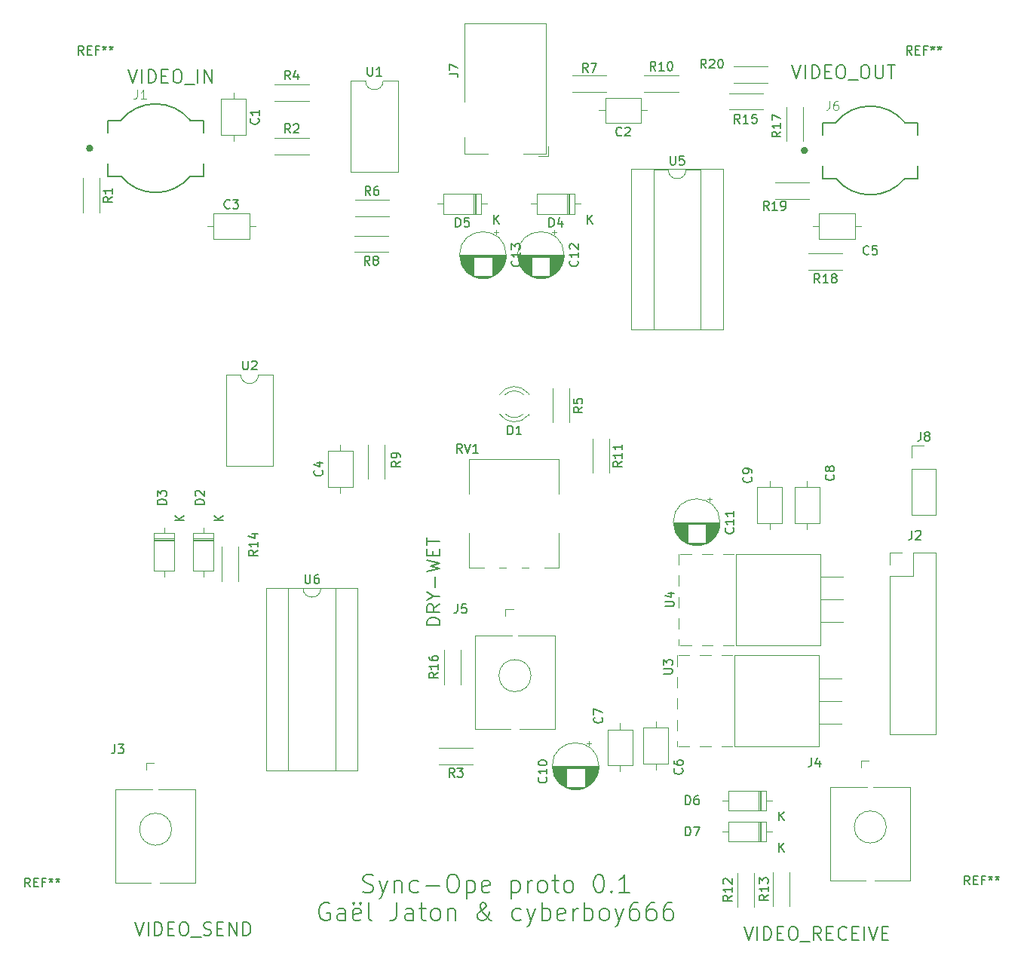
<source format=gto>
G04 #@! TF.GenerationSoftware,KiCad,Pcbnew,(5.1.4-0-10_14)*
G04 #@! TF.CreationDate,2020-01-10T14:19:03+01:00*
G04 #@! TF.ProjectId,Sync-Ope-proto,53796e63-2d4f-4706-952d-70726f746f2e,0.1*
G04 #@! TF.SameCoordinates,Original*
G04 #@! TF.FileFunction,Legend,Top*
G04 #@! TF.FilePolarity,Positive*
%FSLAX46Y46*%
G04 Gerber Fmt 4.6, Leading zero omitted, Abs format (unit mm)*
G04 Created by KiCad (PCBNEW (5.1.4-0-10_14)) date 2020-01-10 14:19:03*
%MOMM*%
%LPD*%
G04 APERTURE LIST*
%ADD10C,0.150000*%
%ADD11C,0.120000*%
%ADD12C,0.400000*%
%ADD13C,0.127000*%
%ADD14C,0.050000*%
G04 APERTURE END LIST*
D10*
X142178571Y-113821428D02*
X140678571Y-113821428D01*
X140678571Y-113464285D01*
X140750000Y-113250000D01*
X140892857Y-113107142D01*
X141035714Y-113035714D01*
X141321428Y-112964285D01*
X141535714Y-112964285D01*
X141821428Y-113035714D01*
X141964285Y-113107142D01*
X142107142Y-113250000D01*
X142178571Y-113464285D01*
X142178571Y-113821428D01*
X142178571Y-111464285D02*
X141464285Y-111964285D01*
X142178571Y-112321428D02*
X140678571Y-112321428D01*
X140678571Y-111750000D01*
X140750000Y-111607142D01*
X140821428Y-111535714D01*
X140964285Y-111464285D01*
X141178571Y-111464285D01*
X141321428Y-111535714D01*
X141392857Y-111607142D01*
X141464285Y-111750000D01*
X141464285Y-112321428D01*
X141464285Y-110535714D02*
X142178571Y-110535714D01*
X140678571Y-111035714D02*
X141464285Y-110535714D01*
X140678571Y-110035714D01*
X141607142Y-109535714D02*
X141607142Y-108392857D01*
X140678571Y-107821428D02*
X142178571Y-107464285D01*
X141107142Y-107178571D01*
X142178571Y-106892857D01*
X140678571Y-106535714D01*
X141392857Y-105964285D02*
X141392857Y-105464285D01*
X142178571Y-105250000D02*
X142178571Y-105964285D01*
X140678571Y-105964285D01*
X140678571Y-105250000D01*
X140678571Y-104821428D02*
X140678571Y-103964285D01*
X142178571Y-104392857D02*
X140678571Y-104392857D01*
X176321428Y-147678571D02*
X176821428Y-149178571D01*
X177321428Y-147678571D01*
X177821428Y-149178571D02*
X177821428Y-147678571D01*
X178535714Y-149178571D02*
X178535714Y-147678571D01*
X178892857Y-147678571D01*
X179107142Y-147750000D01*
X179250000Y-147892857D01*
X179321428Y-148035714D01*
X179392857Y-148321428D01*
X179392857Y-148535714D01*
X179321428Y-148821428D01*
X179250000Y-148964285D01*
X179107142Y-149107142D01*
X178892857Y-149178571D01*
X178535714Y-149178571D01*
X180035714Y-148392857D02*
X180535714Y-148392857D01*
X180750000Y-149178571D02*
X180035714Y-149178571D01*
X180035714Y-147678571D01*
X180750000Y-147678571D01*
X181678571Y-147678571D02*
X181964285Y-147678571D01*
X182107142Y-147750000D01*
X182250000Y-147892857D01*
X182321428Y-148178571D01*
X182321428Y-148678571D01*
X182250000Y-148964285D01*
X182107142Y-149107142D01*
X181964285Y-149178571D01*
X181678571Y-149178571D01*
X181535714Y-149107142D01*
X181392857Y-148964285D01*
X181321428Y-148678571D01*
X181321428Y-148178571D01*
X181392857Y-147892857D01*
X181535714Y-147750000D01*
X181678571Y-147678571D01*
X182607142Y-149321428D02*
X183750000Y-149321428D01*
X184964285Y-149178571D02*
X184464285Y-148464285D01*
X184107142Y-149178571D02*
X184107142Y-147678571D01*
X184678571Y-147678571D01*
X184821428Y-147750000D01*
X184892857Y-147821428D01*
X184964285Y-147964285D01*
X184964285Y-148178571D01*
X184892857Y-148321428D01*
X184821428Y-148392857D01*
X184678571Y-148464285D01*
X184107142Y-148464285D01*
X185607142Y-148392857D02*
X186107142Y-148392857D01*
X186321428Y-149178571D02*
X185607142Y-149178571D01*
X185607142Y-147678571D01*
X186321428Y-147678571D01*
X187821428Y-149035714D02*
X187750000Y-149107142D01*
X187535714Y-149178571D01*
X187392857Y-149178571D01*
X187178571Y-149107142D01*
X187035714Y-148964285D01*
X186964285Y-148821428D01*
X186892857Y-148535714D01*
X186892857Y-148321428D01*
X186964285Y-148035714D01*
X187035714Y-147892857D01*
X187178571Y-147750000D01*
X187392857Y-147678571D01*
X187535714Y-147678571D01*
X187750000Y-147750000D01*
X187821428Y-147821428D01*
X188464285Y-148392857D02*
X188964285Y-148392857D01*
X189178571Y-149178571D02*
X188464285Y-149178571D01*
X188464285Y-147678571D01*
X189178571Y-147678571D01*
X189821428Y-149178571D02*
X189821428Y-147678571D01*
X190321428Y-147678571D02*
X190821428Y-149178571D01*
X191321428Y-147678571D01*
X191821428Y-148392857D02*
X192321428Y-148392857D01*
X192535714Y-149178571D02*
X191821428Y-149178571D01*
X191821428Y-147678571D01*
X192535714Y-147678571D01*
X181714285Y-50928571D02*
X182214285Y-52428571D01*
X182714285Y-50928571D01*
X183214285Y-52428571D02*
X183214285Y-50928571D01*
X183928571Y-52428571D02*
X183928571Y-50928571D01*
X184285714Y-50928571D01*
X184500000Y-51000000D01*
X184642857Y-51142857D01*
X184714285Y-51285714D01*
X184785714Y-51571428D01*
X184785714Y-51785714D01*
X184714285Y-52071428D01*
X184642857Y-52214285D01*
X184500000Y-52357142D01*
X184285714Y-52428571D01*
X183928571Y-52428571D01*
X185428571Y-51642857D02*
X185928571Y-51642857D01*
X186142857Y-52428571D02*
X185428571Y-52428571D01*
X185428571Y-50928571D01*
X186142857Y-50928571D01*
X187071428Y-50928571D02*
X187357142Y-50928571D01*
X187500000Y-51000000D01*
X187642857Y-51142857D01*
X187714285Y-51428571D01*
X187714285Y-51928571D01*
X187642857Y-52214285D01*
X187500000Y-52357142D01*
X187357142Y-52428571D01*
X187071428Y-52428571D01*
X186928571Y-52357142D01*
X186785714Y-52214285D01*
X186714285Y-51928571D01*
X186714285Y-51428571D01*
X186785714Y-51142857D01*
X186928571Y-51000000D01*
X187071428Y-50928571D01*
X188000000Y-52571428D02*
X189142857Y-52571428D01*
X189785714Y-50928571D02*
X190071428Y-50928571D01*
X190214285Y-51000000D01*
X190357142Y-51142857D01*
X190428571Y-51428571D01*
X190428571Y-51928571D01*
X190357142Y-52214285D01*
X190214285Y-52357142D01*
X190071428Y-52428571D01*
X189785714Y-52428571D01*
X189642857Y-52357142D01*
X189500000Y-52214285D01*
X189428571Y-51928571D01*
X189428571Y-51428571D01*
X189500000Y-51142857D01*
X189642857Y-51000000D01*
X189785714Y-50928571D01*
X191071428Y-50928571D02*
X191071428Y-52142857D01*
X191142857Y-52285714D01*
X191214285Y-52357142D01*
X191357142Y-52428571D01*
X191642857Y-52428571D01*
X191785714Y-52357142D01*
X191857142Y-52285714D01*
X191928571Y-52142857D01*
X191928571Y-50928571D01*
X192428571Y-50928571D02*
X193285714Y-50928571D01*
X192857142Y-52428571D02*
X192857142Y-50928571D01*
X107214285Y-51428571D02*
X107714285Y-52928571D01*
X108214285Y-51428571D01*
X108714285Y-52928571D02*
X108714285Y-51428571D01*
X109428571Y-52928571D02*
X109428571Y-51428571D01*
X109785714Y-51428571D01*
X110000000Y-51500000D01*
X110142857Y-51642857D01*
X110214285Y-51785714D01*
X110285714Y-52071428D01*
X110285714Y-52285714D01*
X110214285Y-52571428D01*
X110142857Y-52714285D01*
X110000000Y-52857142D01*
X109785714Y-52928571D01*
X109428571Y-52928571D01*
X110928571Y-52142857D02*
X111428571Y-52142857D01*
X111642857Y-52928571D02*
X110928571Y-52928571D01*
X110928571Y-51428571D01*
X111642857Y-51428571D01*
X112571428Y-51428571D02*
X112857142Y-51428571D01*
X113000000Y-51500000D01*
X113142857Y-51642857D01*
X113214285Y-51928571D01*
X113214285Y-52428571D01*
X113142857Y-52714285D01*
X113000000Y-52857142D01*
X112857142Y-52928571D01*
X112571428Y-52928571D01*
X112428571Y-52857142D01*
X112285714Y-52714285D01*
X112214285Y-52428571D01*
X112214285Y-51928571D01*
X112285714Y-51642857D01*
X112428571Y-51500000D01*
X112571428Y-51428571D01*
X113500000Y-53071428D02*
X114642857Y-53071428D01*
X115000000Y-52928571D02*
X115000000Y-51428571D01*
X115714285Y-52928571D02*
X115714285Y-51428571D01*
X116571428Y-52928571D01*
X116571428Y-51428571D01*
X107928571Y-147178571D02*
X108428571Y-148678571D01*
X108928571Y-147178571D01*
X109428571Y-148678571D02*
X109428571Y-147178571D01*
X110142857Y-148678571D02*
X110142857Y-147178571D01*
X110500000Y-147178571D01*
X110714285Y-147250000D01*
X110857142Y-147392857D01*
X110928571Y-147535714D01*
X111000000Y-147821428D01*
X111000000Y-148035714D01*
X110928571Y-148321428D01*
X110857142Y-148464285D01*
X110714285Y-148607142D01*
X110500000Y-148678571D01*
X110142857Y-148678571D01*
X111642857Y-147892857D02*
X112142857Y-147892857D01*
X112357142Y-148678571D02*
X111642857Y-148678571D01*
X111642857Y-147178571D01*
X112357142Y-147178571D01*
X113285714Y-147178571D02*
X113571428Y-147178571D01*
X113714285Y-147250000D01*
X113857142Y-147392857D01*
X113928571Y-147678571D01*
X113928571Y-148178571D01*
X113857142Y-148464285D01*
X113714285Y-148607142D01*
X113571428Y-148678571D01*
X113285714Y-148678571D01*
X113142857Y-148607142D01*
X113000000Y-148464285D01*
X112928571Y-148178571D01*
X112928571Y-147678571D01*
X113000000Y-147392857D01*
X113142857Y-147250000D01*
X113285714Y-147178571D01*
X114214285Y-148821428D02*
X115357142Y-148821428D01*
X115642857Y-148607142D02*
X115857142Y-148678571D01*
X116214285Y-148678571D01*
X116357142Y-148607142D01*
X116428571Y-148535714D01*
X116500000Y-148392857D01*
X116500000Y-148250000D01*
X116428571Y-148107142D01*
X116357142Y-148035714D01*
X116214285Y-147964285D01*
X115928571Y-147892857D01*
X115785714Y-147821428D01*
X115714285Y-147750000D01*
X115642857Y-147607142D01*
X115642857Y-147464285D01*
X115714285Y-147321428D01*
X115785714Y-147250000D01*
X115928571Y-147178571D01*
X116285714Y-147178571D01*
X116500000Y-147250000D01*
X117142857Y-147892857D02*
X117642857Y-147892857D01*
X117857142Y-148678571D02*
X117142857Y-148678571D01*
X117142857Y-147178571D01*
X117857142Y-147178571D01*
X118500000Y-148678571D02*
X118500000Y-147178571D01*
X119357142Y-148678571D01*
X119357142Y-147178571D01*
X120071428Y-148678571D02*
X120071428Y-147178571D01*
X120428571Y-147178571D01*
X120642857Y-147250000D01*
X120785714Y-147392857D01*
X120857142Y-147535714D01*
X120928571Y-147821428D01*
X120928571Y-148035714D01*
X120857142Y-148321428D01*
X120785714Y-148464285D01*
X120642857Y-148607142D01*
X120428571Y-148678571D01*
X120071428Y-148678571D01*
X133547619Y-143734523D02*
X133833333Y-143829761D01*
X134309523Y-143829761D01*
X134500000Y-143734523D01*
X134595238Y-143639285D01*
X134690476Y-143448809D01*
X134690476Y-143258333D01*
X134595238Y-143067857D01*
X134500000Y-142972619D01*
X134309523Y-142877380D01*
X133928571Y-142782142D01*
X133738095Y-142686904D01*
X133642857Y-142591666D01*
X133547619Y-142401190D01*
X133547619Y-142210714D01*
X133642857Y-142020238D01*
X133738095Y-141925000D01*
X133928571Y-141829761D01*
X134404761Y-141829761D01*
X134690476Y-141925000D01*
X135357142Y-142496428D02*
X135833333Y-143829761D01*
X136309523Y-142496428D02*
X135833333Y-143829761D01*
X135642857Y-144305952D01*
X135547619Y-144401190D01*
X135357142Y-144496428D01*
X137071428Y-142496428D02*
X137071428Y-143829761D01*
X137071428Y-142686904D02*
X137166666Y-142591666D01*
X137357142Y-142496428D01*
X137642857Y-142496428D01*
X137833333Y-142591666D01*
X137928571Y-142782142D01*
X137928571Y-143829761D01*
X139738095Y-143734523D02*
X139547619Y-143829761D01*
X139166666Y-143829761D01*
X138976190Y-143734523D01*
X138880952Y-143639285D01*
X138785714Y-143448809D01*
X138785714Y-142877380D01*
X138880952Y-142686904D01*
X138976190Y-142591666D01*
X139166666Y-142496428D01*
X139547619Y-142496428D01*
X139738095Y-142591666D01*
X140595238Y-143067857D02*
X142119047Y-143067857D01*
X143452380Y-141829761D02*
X143833333Y-141829761D01*
X144023809Y-141925000D01*
X144214285Y-142115476D01*
X144309523Y-142496428D01*
X144309523Y-143163095D01*
X144214285Y-143544047D01*
X144023809Y-143734523D01*
X143833333Y-143829761D01*
X143452380Y-143829761D01*
X143261904Y-143734523D01*
X143071428Y-143544047D01*
X142976190Y-143163095D01*
X142976190Y-142496428D01*
X143071428Y-142115476D01*
X143261904Y-141925000D01*
X143452380Y-141829761D01*
X145166666Y-142496428D02*
X145166666Y-144496428D01*
X145166666Y-142591666D02*
X145357142Y-142496428D01*
X145738095Y-142496428D01*
X145928571Y-142591666D01*
X146023809Y-142686904D01*
X146119047Y-142877380D01*
X146119047Y-143448809D01*
X146023809Y-143639285D01*
X145928571Y-143734523D01*
X145738095Y-143829761D01*
X145357142Y-143829761D01*
X145166666Y-143734523D01*
X147738095Y-143734523D02*
X147547619Y-143829761D01*
X147166666Y-143829761D01*
X146976190Y-143734523D01*
X146880952Y-143544047D01*
X146880952Y-142782142D01*
X146976190Y-142591666D01*
X147166666Y-142496428D01*
X147547619Y-142496428D01*
X147738095Y-142591666D01*
X147833333Y-142782142D01*
X147833333Y-142972619D01*
X146880952Y-143163095D01*
X150214285Y-142496428D02*
X150214285Y-144496428D01*
X150214285Y-142591666D02*
X150404761Y-142496428D01*
X150785714Y-142496428D01*
X150976190Y-142591666D01*
X151071428Y-142686904D01*
X151166666Y-142877380D01*
X151166666Y-143448809D01*
X151071428Y-143639285D01*
X150976190Y-143734523D01*
X150785714Y-143829761D01*
X150404761Y-143829761D01*
X150214285Y-143734523D01*
X152023809Y-143829761D02*
X152023809Y-142496428D01*
X152023809Y-142877380D02*
X152119047Y-142686904D01*
X152214285Y-142591666D01*
X152404761Y-142496428D01*
X152595238Y-142496428D01*
X153547619Y-143829761D02*
X153357142Y-143734523D01*
X153261904Y-143639285D01*
X153166666Y-143448809D01*
X153166666Y-142877380D01*
X153261904Y-142686904D01*
X153357142Y-142591666D01*
X153547619Y-142496428D01*
X153833333Y-142496428D01*
X154023809Y-142591666D01*
X154119047Y-142686904D01*
X154214285Y-142877380D01*
X154214285Y-143448809D01*
X154119047Y-143639285D01*
X154023809Y-143734523D01*
X153833333Y-143829761D01*
X153547619Y-143829761D01*
X154785714Y-142496428D02*
X155547619Y-142496428D01*
X155071428Y-141829761D02*
X155071428Y-143544047D01*
X155166666Y-143734523D01*
X155357142Y-143829761D01*
X155547619Y-143829761D01*
X156500000Y-143829761D02*
X156309523Y-143734523D01*
X156214285Y-143639285D01*
X156119047Y-143448809D01*
X156119047Y-142877380D01*
X156214285Y-142686904D01*
X156309523Y-142591666D01*
X156500000Y-142496428D01*
X156785714Y-142496428D01*
X156976190Y-142591666D01*
X157071428Y-142686904D01*
X157166666Y-142877380D01*
X157166666Y-143448809D01*
X157071428Y-143639285D01*
X156976190Y-143734523D01*
X156785714Y-143829761D01*
X156500000Y-143829761D01*
X159928571Y-141829761D02*
X160119047Y-141829761D01*
X160309523Y-141925000D01*
X160404761Y-142020238D01*
X160500000Y-142210714D01*
X160595238Y-142591666D01*
X160595238Y-143067857D01*
X160500000Y-143448809D01*
X160404761Y-143639285D01*
X160309523Y-143734523D01*
X160119047Y-143829761D01*
X159928571Y-143829761D01*
X159738095Y-143734523D01*
X159642857Y-143639285D01*
X159547619Y-143448809D01*
X159452380Y-143067857D01*
X159452380Y-142591666D01*
X159547619Y-142210714D01*
X159642857Y-142020238D01*
X159738095Y-141925000D01*
X159928571Y-141829761D01*
X161452380Y-143639285D02*
X161547619Y-143734523D01*
X161452380Y-143829761D01*
X161357142Y-143734523D01*
X161452380Y-143639285D01*
X161452380Y-143829761D01*
X163452380Y-143829761D02*
X162309523Y-143829761D01*
X162880952Y-143829761D02*
X162880952Y-141829761D01*
X162690476Y-142115476D01*
X162500000Y-142305952D01*
X162309523Y-142401190D01*
X129738095Y-145075000D02*
X129547619Y-144979761D01*
X129261904Y-144979761D01*
X128976190Y-145075000D01*
X128785714Y-145265476D01*
X128690476Y-145455952D01*
X128595238Y-145836904D01*
X128595238Y-146122619D01*
X128690476Y-146503571D01*
X128785714Y-146694047D01*
X128976190Y-146884523D01*
X129261904Y-146979761D01*
X129452380Y-146979761D01*
X129738095Y-146884523D01*
X129833333Y-146789285D01*
X129833333Y-146122619D01*
X129452380Y-146122619D01*
X131547619Y-146979761D02*
X131547619Y-145932142D01*
X131452380Y-145741666D01*
X131261904Y-145646428D01*
X130880952Y-145646428D01*
X130690476Y-145741666D01*
X131547619Y-146884523D02*
X131357142Y-146979761D01*
X130880952Y-146979761D01*
X130690476Y-146884523D01*
X130595238Y-146694047D01*
X130595238Y-146503571D01*
X130690476Y-146313095D01*
X130880952Y-146217857D01*
X131357142Y-146217857D01*
X131547619Y-146122619D01*
X133261904Y-146884523D02*
X133071428Y-146979761D01*
X132690476Y-146979761D01*
X132500000Y-146884523D01*
X132404761Y-146694047D01*
X132404761Y-145932142D01*
X132500000Y-145741666D01*
X132690476Y-145646428D01*
X133071428Y-145646428D01*
X133261904Y-145741666D01*
X133357142Y-145932142D01*
X133357142Y-146122619D01*
X132404761Y-146313095D01*
X132500000Y-144979761D02*
X132595238Y-145075000D01*
X132500000Y-145170238D01*
X132404761Y-145075000D01*
X132500000Y-144979761D01*
X132500000Y-145170238D01*
X133261904Y-144979761D02*
X133357142Y-145075000D01*
X133261904Y-145170238D01*
X133166666Y-145075000D01*
X133261904Y-144979761D01*
X133261904Y-145170238D01*
X134500000Y-146979761D02*
X134309523Y-146884523D01*
X134214285Y-146694047D01*
X134214285Y-144979761D01*
X137357142Y-144979761D02*
X137357142Y-146408333D01*
X137261904Y-146694047D01*
X137071428Y-146884523D01*
X136785714Y-146979761D01*
X136595238Y-146979761D01*
X139166666Y-146979761D02*
X139166666Y-145932142D01*
X139071428Y-145741666D01*
X138880952Y-145646428D01*
X138500000Y-145646428D01*
X138309523Y-145741666D01*
X139166666Y-146884523D02*
X138976190Y-146979761D01*
X138500000Y-146979761D01*
X138309523Y-146884523D01*
X138214285Y-146694047D01*
X138214285Y-146503571D01*
X138309523Y-146313095D01*
X138500000Y-146217857D01*
X138976190Y-146217857D01*
X139166666Y-146122619D01*
X139833333Y-145646428D02*
X140595238Y-145646428D01*
X140119047Y-144979761D02*
X140119047Y-146694047D01*
X140214285Y-146884523D01*
X140404761Y-146979761D01*
X140595238Y-146979761D01*
X141547619Y-146979761D02*
X141357142Y-146884523D01*
X141261904Y-146789285D01*
X141166666Y-146598809D01*
X141166666Y-146027380D01*
X141261904Y-145836904D01*
X141357142Y-145741666D01*
X141547619Y-145646428D01*
X141833333Y-145646428D01*
X142023809Y-145741666D01*
X142119047Y-145836904D01*
X142214285Y-146027380D01*
X142214285Y-146598809D01*
X142119047Y-146789285D01*
X142023809Y-146884523D01*
X141833333Y-146979761D01*
X141547619Y-146979761D01*
X143071428Y-145646428D02*
X143071428Y-146979761D01*
X143071428Y-145836904D02*
X143166666Y-145741666D01*
X143357142Y-145646428D01*
X143642857Y-145646428D01*
X143833333Y-145741666D01*
X143928571Y-145932142D01*
X143928571Y-146979761D01*
X148023809Y-146979761D02*
X147928571Y-146979761D01*
X147738095Y-146884523D01*
X147452380Y-146598809D01*
X146976190Y-146027380D01*
X146785714Y-145741666D01*
X146690476Y-145455952D01*
X146690476Y-145265476D01*
X146785714Y-145075000D01*
X146976190Y-144979761D01*
X147071428Y-144979761D01*
X147261904Y-145075000D01*
X147357142Y-145265476D01*
X147357142Y-145360714D01*
X147261904Y-145551190D01*
X147166666Y-145646428D01*
X146595238Y-146027380D01*
X146500000Y-146122619D01*
X146404761Y-146313095D01*
X146404761Y-146598809D01*
X146500000Y-146789285D01*
X146595238Y-146884523D01*
X146785714Y-146979761D01*
X147071428Y-146979761D01*
X147261904Y-146884523D01*
X147357142Y-146789285D01*
X147642857Y-146408333D01*
X147738095Y-146122619D01*
X147738095Y-145932142D01*
X151261904Y-146884523D02*
X151071428Y-146979761D01*
X150690476Y-146979761D01*
X150500000Y-146884523D01*
X150404761Y-146789285D01*
X150309523Y-146598809D01*
X150309523Y-146027380D01*
X150404761Y-145836904D01*
X150500000Y-145741666D01*
X150690476Y-145646428D01*
X151071428Y-145646428D01*
X151261904Y-145741666D01*
X151928571Y-145646428D02*
X152404761Y-146979761D01*
X152880952Y-145646428D02*
X152404761Y-146979761D01*
X152214285Y-147455952D01*
X152119047Y-147551190D01*
X151928571Y-147646428D01*
X153642857Y-146979761D02*
X153642857Y-144979761D01*
X153642857Y-145741666D02*
X153833333Y-145646428D01*
X154214285Y-145646428D01*
X154404761Y-145741666D01*
X154500000Y-145836904D01*
X154595238Y-146027380D01*
X154595238Y-146598809D01*
X154500000Y-146789285D01*
X154404761Y-146884523D01*
X154214285Y-146979761D01*
X153833333Y-146979761D01*
X153642857Y-146884523D01*
X156214285Y-146884523D02*
X156023809Y-146979761D01*
X155642857Y-146979761D01*
X155452380Y-146884523D01*
X155357142Y-146694047D01*
X155357142Y-145932142D01*
X155452380Y-145741666D01*
X155642857Y-145646428D01*
X156023809Y-145646428D01*
X156214285Y-145741666D01*
X156309523Y-145932142D01*
X156309523Y-146122619D01*
X155357142Y-146313095D01*
X157166666Y-146979761D02*
X157166666Y-145646428D01*
X157166666Y-146027380D02*
X157261904Y-145836904D01*
X157357142Y-145741666D01*
X157547619Y-145646428D01*
X157738095Y-145646428D01*
X158404761Y-146979761D02*
X158404761Y-144979761D01*
X158404761Y-145741666D02*
X158595238Y-145646428D01*
X158976190Y-145646428D01*
X159166666Y-145741666D01*
X159261904Y-145836904D01*
X159357142Y-146027380D01*
X159357142Y-146598809D01*
X159261904Y-146789285D01*
X159166666Y-146884523D01*
X158976190Y-146979761D01*
X158595238Y-146979761D01*
X158404761Y-146884523D01*
X160500000Y-146979761D02*
X160309523Y-146884523D01*
X160214285Y-146789285D01*
X160119047Y-146598809D01*
X160119047Y-146027380D01*
X160214285Y-145836904D01*
X160309523Y-145741666D01*
X160500000Y-145646428D01*
X160785714Y-145646428D01*
X160976190Y-145741666D01*
X161071428Y-145836904D01*
X161166666Y-146027380D01*
X161166666Y-146598809D01*
X161071428Y-146789285D01*
X160976190Y-146884523D01*
X160785714Y-146979761D01*
X160500000Y-146979761D01*
X161833333Y-145646428D02*
X162309523Y-146979761D01*
X162785714Y-145646428D02*
X162309523Y-146979761D01*
X162119047Y-147455952D01*
X162023809Y-147551190D01*
X161833333Y-147646428D01*
X164404761Y-144979761D02*
X164023809Y-144979761D01*
X163833333Y-145075000D01*
X163738095Y-145170238D01*
X163547619Y-145455952D01*
X163452380Y-145836904D01*
X163452380Y-146598809D01*
X163547619Y-146789285D01*
X163642857Y-146884523D01*
X163833333Y-146979761D01*
X164214285Y-146979761D01*
X164404761Y-146884523D01*
X164500000Y-146789285D01*
X164595238Y-146598809D01*
X164595238Y-146122619D01*
X164500000Y-145932142D01*
X164404761Y-145836904D01*
X164214285Y-145741666D01*
X163833333Y-145741666D01*
X163642857Y-145836904D01*
X163547619Y-145932142D01*
X163452380Y-146122619D01*
X166309523Y-144979761D02*
X165928571Y-144979761D01*
X165738095Y-145075000D01*
X165642857Y-145170238D01*
X165452380Y-145455952D01*
X165357142Y-145836904D01*
X165357142Y-146598809D01*
X165452380Y-146789285D01*
X165547619Y-146884523D01*
X165738095Y-146979761D01*
X166119047Y-146979761D01*
X166309523Y-146884523D01*
X166404761Y-146789285D01*
X166500000Y-146598809D01*
X166500000Y-146122619D01*
X166404761Y-145932142D01*
X166309523Y-145836904D01*
X166119047Y-145741666D01*
X165738095Y-145741666D01*
X165547619Y-145836904D01*
X165452380Y-145932142D01*
X165357142Y-146122619D01*
X168214285Y-144979761D02*
X167833333Y-144979761D01*
X167642857Y-145075000D01*
X167547619Y-145170238D01*
X167357142Y-145455952D01*
X167261904Y-145836904D01*
X167261904Y-146598809D01*
X167357142Y-146789285D01*
X167452380Y-146884523D01*
X167642857Y-146979761D01*
X168023809Y-146979761D01*
X168214285Y-146884523D01*
X168309523Y-146789285D01*
X168404761Y-146598809D01*
X168404761Y-146122619D01*
X168309523Y-145932142D01*
X168214285Y-145836904D01*
X168023809Y-145741666D01*
X167642857Y-145741666D01*
X167452380Y-145836904D01*
X167357142Y-145932142D01*
X167261904Y-146122619D01*
D11*
X145880000Y-129420000D02*
X142040000Y-129420000D01*
X145880000Y-127580000D02*
X142040000Y-127580000D01*
X175120000Y-51080000D02*
X178960000Y-51080000D01*
X175120000Y-52920000D02*
X178960000Y-52920000D01*
X157310000Y-67620000D02*
X157310000Y-65380000D01*
X157310000Y-65380000D02*
X153070000Y-65380000D01*
X153070000Y-65380000D02*
X153070000Y-67620000D01*
X153070000Y-67620000D02*
X157310000Y-67620000D01*
X157960000Y-66500000D02*
X157310000Y-66500000D01*
X152420000Y-66500000D02*
X153070000Y-66500000D01*
X156590000Y-67620000D02*
X156590000Y-65380000D01*
X156470000Y-67620000D02*
X156470000Y-65380000D01*
X156710000Y-67620000D02*
X156710000Y-65380000D01*
X160040000Y-56000000D02*
X160730000Y-56000000D01*
X165460000Y-56000000D02*
X164770000Y-56000000D01*
X160730000Y-57420000D02*
X164770000Y-57420000D01*
X160730000Y-54580000D02*
X160730000Y-57420000D01*
X164770000Y-54580000D02*
X160730000Y-54580000D01*
X164770000Y-57420000D02*
X164770000Y-54580000D01*
X160880000Y-53920000D02*
X157040000Y-53920000D01*
X160880000Y-52080000D02*
X157040000Y-52080000D01*
X165120000Y-53920000D02*
X168960000Y-53920000D01*
X165120000Y-52080000D02*
X168960000Y-52080000D01*
X177420000Y-141620000D02*
X177420000Y-145460000D01*
X175580000Y-141620000D02*
X175580000Y-145460000D01*
X186000000Y-131980000D02*
X186000000Y-142480000D01*
X195000000Y-131980000D02*
X195000000Y-142480000D01*
X195000000Y-142480000D02*
X191000000Y-142480000D01*
X190000000Y-142480000D02*
X186000000Y-142480000D01*
X195000000Y-131980000D02*
X190850000Y-131980000D01*
X190150000Y-131980000D02*
X186000000Y-131980000D01*
X192300000Y-136480000D02*
G75*
G03X192300000Y-136480000I-1800000J0D01*
G01*
X189440000Y-129000000D02*
X189440000Y-129800000D01*
X189440000Y-129000000D02*
X190300000Y-129000000D01*
D12*
X183300000Y-60500000D02*
G75*
G03X183300000Y-60500000I-200000J0D01*
G01*
D13*
X195850000Y-57365000D02*
X194384000Y-57365000D01*
X186616000Y-57365000D02*
X185150000Y-57365000D01*
X186616000Y-63635000D02*
X185150000Y-63635000D01*
X195850000Y-63635000D02*
X194384000Y-63635000D01*
X186617924Y-57362628D02*
G75*
G02X194384000Y-57365000I3882076J-3151223D01*
G01*
X194382076Y-63637372D02*
G75*
G02X186616000Y-63635000I-3882076J3151223D01*
G01*
X185150000Y-62265000D02*
X185150000Y-63635000D01*
X185150000Y-57365000D02*
X185150000Y-58735000D01*
X195850000Y-57365000D02*
X195850000Y-58735000D01*
X195850000Y-62265000D02*
X195850000Y-63635000D01*
D11*
X183630000Y-65920000D02*
X179790000Y-65920000D01*
X183630000Y-64080000D02*
X179790000Y-64080000D01*
X105750000Y-132230000D02*
X105750000Y-142730000D01*
X114750000Y-132230000D02*
X114750000Y-142730000D01*
X114750000Y-142730000D02*
X110750000Y-142730000D01*
X109750000Y-142730000D02*
X105750000Y-142730000D01*
X114750000Y-132230000D02*
X110600000Y-132230000D01*
X109900000Y-132230000D02*
X105750000Y-132230000D01*
X112050000Y-136730000D02*
G75*
G03X112050000Y-136730000I-1800000J0D01*
G01*
X109190000Y-129250000D02*
X109190000Y-130050000D01*
X109190000Y-129250000D02*
X110050000Y-129250000D01*
X160020000Y-129650000D02*
G75*
G03X160020000Y-129650000I-2620000J0D01*
G01*
X159980000Y-129650000D02*
X154820000Y-129650000D01*
X159980000Y-129690000D02*
X154820000Y-129690000D01*
X159979000Y-129730000D02*
X154821000Y-129730000D01*
X159978000Y-129770000D02*
X154822000Y-129770000D01*
X159976000Y-129810000D02*
X154824000Y-129810000D01*
X159973000Y-129850000D02*
X154827000Y-129850000D01*
X159969000Y-129890000D02*
X158440000Y-129890000D01*
X156360000Y-129890000D02*
X154831000Y-129890000D01*
X159965000Y-129930000D02*
X158440000Y-129930000D01*
X156360000Y-129930000D02*
X154835000Y-129930000D01*
X159961000Y-129970000D02*
X158440000Y-129970000D01*
X156360000Y-129970000D02*
X154839000Y-129970000D01*
X159956000Y-130010000D02*
X158440000Y-130010000D01*
X156360000Y-130010000D02*
X154844000Y-130010000D01*
X159950000Y-130050000D02*
X158440000Y-130050000D01*
X156360000Y-130050000D02*
X154850000Y-130050000D01*
X159943000Y-130090000D02*
X158440000Y-130090000D01*
X156360000Y-130090000D02*
X154857000Y-130090000D01*
X159936000Y-130130000D02*
X158440000Y-130130000D01*
X156360000Y-130130000D02*
X154864000Y-130130000D01*
X159928000Y-130170000D02*
X158440000Y-130170000D01*
X156360000Y-130170000D02*
X154872000Y-130170000D01*
X159920000Y-130210000D02*
X158440000Y-130210000D01*
X156360000Y-130210000D02*
X154880000Y-130210000D01*
X159911000Y-130250000D02*
X158440000Y-130250000D01*
X156360000Y-130250000D02*
X154889000Y-130250000D01*
X159901000Y-130290000D02*
X158440000Y-130290000D01*
X156360000Y-130290000D02*
X154899000Y-130290000D01*
X159891000Y-130330000D02*
X158440000Y-130330000D01*
X156360000Y-130330000D02*
X154909000Y-130330000D01*
X159880000Y-130371000D02*
X158440000Y-130371000D01*
X156360000Y-130371000D02*
X154920000Y-130371000D01*
X159868000Y-130411000D02*
X158440000Y-130411000D01*
X156360000Y-130411000D02*
X154932000Y-130411000D01*
X159855000Y-130451000D02*
X158440000Y-130451000D01*
X156360000Y-130451000D02*
X154945000Y-130451000D01*
X159842000Y-130491000D02*
X158440000Y-130491000D01*
X156360000Y-130491000D02*
X154958000Y-130491000D01*
X159828000Y-130531000D02*
X158440000Y-130531000D01*
X156360000Y-130531000D02*
X154972000Y-130531000D01*
X159814000Y-130571000D02*
X158440000Y-130571000D01*
X156360000Y-130571000D02*
X154986000Y-130571000D01*
X159798000Y-130611000D02*
X158440000Y-130611000D01*
X156360000Y-130611000D02*
X155002000Y-130611000D01*
X159782000Y-130651000D02*
X158440000Y-130651000D01*
X156360000Y-130651000D02*
X155018000Y-130651000D01*
X159765000Y-130691000D02*
X158440000Y-130691000D01*
X156360000Y-130691000D02*
X155035000Y-130691000D01*
X159748000Y-130731000D02*
X158440000Y-130731000D01*
X156360000Y-130731000D02*
X155052000Y-130731000D01*
X159729000Y-130771000D02*
X158440000Y-130771000D01*
X156360000Y-130771000D02*
X155071000Y-130771000D01*
X159710000Y-130811000D02*
X158440000Y-130811000D01*
X156360000Y-130811000D02*
X155090000Y-130811000D01*
X159690000Y-130851000D02*
X158440000Y-130851000D01*
X156360000Y-130851000D02*
X155110000Y-130851000D01*
X159668000Y-130891000D02*
X158440000Y-130891000D01*
X156360000Y-130891000D02*
X155132000Y-130891000D01*
X159647000Y-130931000D02*
X158440000Y-130931000D01*
X156360000Y-130931000D02*
X155153000Y-130931000D01*
X159624000Y-130971000D02*
X158440000Y-130971000D01*
X156360000Y-130971000D02*
X155176000Y-130971000D01*
X159600000Y-131011000D02*
X158440000Y-131011000D01*
X156360000Y-131011000D02*
X155200000Y-131011000D01*
X159575000Y-131051000D02*
X158440000Y-131051000D01*
X156360000Y-131051000D02*
X155225000Y-131051000D01*
X159549000Y-131091000D02*
X158440000Y-131091000D01*
X156360000Y-131091000D02*
X155251000Y-131091000D01*
X159522000Y-131131000D02*
X158440000Y-131131000D01*
X156360000Y-131131000D02*
X155278000Y-131131000D01*
X159495000Y-131171000D02*
X158440000Y-131171000D01*
X156360000Y-131171000D02*
X155305000Y-131171000D01*
X159465000Y-131211000D02*
X158440000Y-131211000D01*
X156360000Y-131211000D02*
X155335000Y-131211000D01*
X159435000Y-131251000D02*
X158440000Y-131251000D01*
X156360000Y-131251000D02*
X155365000Y-131251000D01*
X159404000Y-131291000D02*
X158440000Y-131291000D01*
X156360000Y-131291000D02*
X155396000Y-131291000D01*
X159371000Y-131331000D02*
X158440000Y-131331000D01*
X156360000Y-131331000D02*
X155429000Y-131331000D01*
X159337000Y-131371000D02*
X158440000Y-131371000D01*
X156360000Y-131371000D02*
X155463000Y-131371000D01*
X159301000Y-131411000D02*
X158440000Y-131411000D01*
X156360000Y-131411000D02*
X155499000Y-131411000D01*
X159264000Y-131451000D02*
X158440000Y-131451000D01*
X156360000Y-131451000D02*
X155536000Y-131451000D01*
X159226000Y-131491000D02*
X158440000Y-131491000D01*
X156360000Y-131491000D02*
X155574000Y-131491000D01*
X159185000Y-131531000D02*
X158440000Y-131531000D01*
X156360000Y-131531000D02*
X155615000Y-131531000D01*
X159143000Y-131571000D02*
X158440000Y-131571000D01*
X156360000Y-131571000D02*
X155657000Y-131571000D01*
X159099000Y-131611000D02*
X158440000Y-131611000D01*
X156360000Y-131611000D02*
X155701000Y-131611000D01*
X159053000Y-131651000D02*
X158440000Y-131651000D01*
X156360000Y-131651000D02*
X155747000Y-131651000D01*
X159005000Y-131691000D02*
X158440000Y-131691000D01*
X156360000Y-131691000D02*
X155795000Y-131691000D01*
X158954000Y-131731000D02*
X158440000Y-131731000D01*
X156360000Y-131731000D02*
X155846000Y-131731000D01*
X158900000Y-131771000D02*
X158440000Y-131771000D01*
X156360000Y-131771000D02*
X155900000Y-131771000D01*
X158843000Y-131811000D02*
X158440000Y-131811000D01*
X156360000Y-131811000D02*
X155957000Y-131811000D01*
X158783000Y-131851000D02*
X158440000Y-131851000D01*
X156360000Y-131851000D02*
X156017000Y-131851000D01*
X158719000Y-131891000D02*
X158440000Y-131891000D01*
X156360000Y-131891000D02*
X156081000Y-131891000D01*
X158651000Y-131931000D02*
X158440000Y-131931000D01*
X156360000Y-131931000D02*
X156149000Y-131931000D01*
X158578000Y-131971000D02*
X156222000Y-131971000D01*
X158498000Y-132011000D02*
X156302000Y-132011000D01*
X158411000Y-132051000D02*
X156389000Y-132051000D01*
X158315000Y-132091000D02*
X156485000Y-132091000D01*
X158205000Y-132131000D02*
X156595000Y-132131000D01*
X158077000Y-132171000D02*
X156723000Y-132171000D01*
X157918000Y-132211000D02*
X156882000Y-132211000D01*
X157684000Y-132251000D02*
X157116000Y-132251000D01*
X158875000Y-126845225D02*
X158875000Y-127345225D01*
X159125000Y-127095225D02*
X158625000Y-127095225D01*
X172725000Y-99695225D02*
X172225000Y-99695225D01*
X172475000Y-99445225D02*
X172475000Y-99945225D01*
X171284000Y-104851000D02*
X170716000Y-104851000D01*
X171518000Y-104811000D02*
X170482000Y-104811000D01*
X171677000Y-104771000D02*
X170323000Y-104771000D01*
X171805000Y-104731000D02*
X170195000Y-104731000D01*
X171915000Y-104691000D02*
X170085000Y-104691000D01*
X172011000Y-104651000D02*
X169989000Y-104651000D01*
X172098000Y-104611000D02*
X169902000Y-104611000D01*
X172178000Y-104571000D02*
X169822000Y-104571000D01*
X169960000Y-104531000D02*
X169749000Y-104531000D01*
X172251000Y-104531000D02*
X172040000Y-104531000D01*
X169960000Y-104491000D02*
X169681000Y-104491000D01*
X172319000Y-104491000D02*
X172040000Y-104491000D01*
X169960000Y-104451000D02*
X169617000Y-104451000D01*
X172383000Y-104451000D02*
X172040000Y-104451000D01*
X169960000Y-104411000D02*
X169557000Y-104411000D01*
X172443000Y-104411000D02*
X172040000Y-104411000D01*
X169960000Y-104371000D02*
X169500000Y-104371000D01*
X172500000Y-104371000D02*
X172040000Y-104371000D01*
X169960000Y-104331000D02*
X169446000Y-104331000D01*
X172554000Y-104331000D02*
X172040000Y-104331000D01*
X169960000Y-104291000D02*
X169395000Y-104291000D01*
X172605000Y-104291000D02*
X172040000Y-104291000D01*
X169960000Y-104251000D02*
X169347000Y-104251000D01*
X172653000Y-104251000D02*
X172040000Y-104251000D01*
X169960000Y-104211000D02*
X169301000Y-104211000D01*
X172699000Y-104211000D02*
X172040000Y-104211000D01*
X169960000Y-104171000D02*
X169257000Y-104171000D01*
X172743000Y-104171000D02*
X172040000Y-104171000D01*
X169960000Y-104131000D02*
X169215000Y-104131000D01*
X172785000Y-104131000D02*
X172040000Y-104131000D01*
X169960000Y-104091000D02*
X169174000Y-104091000D01*
X172826000Y-104091000D02*
X172040000Y-104091000D01*
X169960000Y-104051000D02*
X169136000Y-104051000D01*
X172864000Y-104051000D02*
X172040000Y-104051000D01*
X169960000Y-104011000D02*
X169099000Y-104011000D01*
X172901000Y-104011000D02*
X172040000Y-104011000D01*
X169960000Y-103971000D02*
X169063000Y-103971000D01*
X172937000Y-103971000D02*
X172040000Y-103971000D01*
X169960000Y-103931000D02*
X169029000Y-103931000D01*
X172971000Y-103931000D02*
X172040000Y-103931000D01*
X169960000Y-103891000D02*
X168996000Y-103891000D01*
X173004000Y-103891000D02*
X172040000Y-103891000D01*
X169960000Y-103851000D02*
X168965000Y-103851000D01*
X173035000Y-103851000D02*
X172040000Y-103851000D01*
X169960000Y-103811000D02*
X168935000Y-103811000D01*
X173065000Y-103811000D02*
X172040000Y-103811000D01*
X169960000Y-103771000D02*
X168905000Y-103771000D01*
X173095000Y-103771000D02*
X172040000Y-103771000D01*
X169960000Y-103731000D02*
X168878000Y-103731000D01*
X173122000Y-103731000D02*
X172040000Y-103731000D01*
X169960000Y-103691000D02*
X168851000Y-103691000D01*
X173149000Y-103691000D02*
X172040000Y-103691000D01*
X169960000Y-103651000D02*
X168825000Y-103651000D01*
X173175000Y-103651000D02*
X172040000Y-103651000D01*
X169960000Y-103611000D02*
X168800000Y-103611000D01*
X173200000Y-103611000D02*
X172040000Y-103611000D01*
X169960000Y-103571000D02*
X168776000Y-103571000D01*
X173224000Y-103571000D02*
X172040000Y-103571000D01*
X169960000Y-103531000D02*
X168753000Y-103531000D01*
X173247000Y-103531000D02*
X172040000Y-103531000D01*
X169960000Y-103491000D02*
X168732000Y-103491000D01*
X173268000Y-103491000D02*
X172040000Y-103491000D01*
X169960000Y-103451000D02*
X168710000Y-103451000D01*
X173290000Y-103451000D02*
X172040000Y-103451000D01*
X169960000Y-103411000D02*
X168690000Y-103411000D01*
X173310000Y-103411000D02*
X172040000Y-103411000D01*
X169960000Y-103371000D02*
X168671000Y-103371000D01*
X173329000Y-103371000D02*
X172040000Y-103371000D01*
X169960000Y-103331000D02*
X168652000Y-103331000D01*
X173348000Y-103331000D02*
X172040000Y-103331000D01*
X169960000Y-103291000D02*
X168635000Y-103291000D01*
X173365000Y-103291000D02*
X172040000Y-103291000D01*
X169960000Y-103251000D02*
X168618000Y-103251000D01*
X173382000Y-103251000D02*
X172040000Y-103251000D01*
X169960000Y-103211000D02*
X168602000Y-103211000D01*
X173398000Y-103211000D02*
X172040000Y-103211000D01*
X169960000Y-103171000D02*
X168586000Y-103171000D01*
X173414000Y-103171000D02*
X172040000Y-103171000D01*
X169960000Y-103131000D02*
X168572000Y-103131000D01*
X173428000Y-103131000D02*
X172040000Y-103131000D01*
X169960000Y-103091000D02*
X168558000Y-103091000D01*
X173442000Y-103091000D02*
X172040000Y-103091000D01*
X169960000Y-103051000D02*
X168545000Y-103051000D01*
X173455000Y-103051000D02*
X172040000Y-103051000D01*
X169960000Y-103011000D02*
X168532000Y-103011000D01*
X173468000Y-103011000D02*
X172040000Y-103011000D01*
X169960000Y-102971000D02*
X168520000Y-102971000D01*
X173480000Y-102971000D02*
X172040000Y-102971000D01*
X169960000Y-102930000D02*
X168509000Y-102930000D01*
X173491000Y-102930000D02*
X172040000Y-102930000D01*
X169960000Y-102890000D02*
X168499000Y-102890000D01*
X173501000Y-102890000D02*
X172040000Y-102890000D01*
X169960000Y-102850000D02*
X168489000Y-102850000D01*
X173511000Y-102850000D02*
X172040000Y-102850000D01*
X169960000Y-102810000D02*
X168480000Y-102810000D01*
X173520000Y-102810000D02*
X172040000Y-102810000D01*
X169960000Y-102770000D02*
X168472000Y-102770000D01*
X173528000Y-102770000D02*
X172040000Y-102770000D01*
X169960000Y-102730000D02*
X168464000Y-102730000D01*
X173536000Y-102730000D02*
X172040000Y-102730000D01*
X169960000Y-102690000D02*
X168457000Y-102690000D01*
X173543000Y-102690000D02*
X172040000Y-102690000D01*
X169960000Y-102650000D02*
X168450000Y-102650000D01*
X173550000Y-102650000D02*
X172040000Y-102650000D01*
X169960000Y-102610000D02*
X168444000Y-102610000D01*
X173556000Y-102610000D02*
X172040000Y-102610000D01*
X169960000Y-102570000D02*
X168439000Y-102570000D01*
X173561000Y-102570000D02*
X172040000Y-102570000D01*
X169960000Y-102530000D02*
X168435000Y-102530000D01*
X173565000Y-102530000D02*
X172040000Y-102530000D01*
X169960000Y-102490000D02*
X168431000Y-102490000D01*
X173569000Y-102490000D02*
X172040000Y-102490000D01*
X173573000Y-102450000D02*
X168427000Y-102450000D01*
X173576000Y-102410000D02*
X168424000Y-102410000D01*
X173578000Y-102370000D02*
X168422000Y-102370000D01*
X173579000Y-102330000D02*
X168421000Y-102330000D01*
X173580000Y-102290000D02*
X168420000Y-102290000D01*
X173580000Y-102250000D02*
X168420000Y-102250000D01*
X173620000Y-102250000D02*
G75*
G03X173620000Y-102250000I-2620000J0D01*
G01*
X148857665Y-90078608D02*
G75*
G03X152090000Y-90235516I1672335J1078608D01*
G01*
X148857665Y-87921392D02*
G75*
G02X152090000Y-87764484I1672335J-1078608D01*
G01*
X149488870Y-90079837D02*
G75*
G03X151570961Y-90080000I1041130J1079837D01*
G01*
X149488870Y-87920163D02*
G75*
G02X151570961Y-87920000I1041130J-1079837D01*
G01*
X152090000Y-90236000D02*
X152090000Y-90080000D01*
X152090000Y-87920000D02*
X152090000Y-87764000D01*
X112320000Y-104090000D02*
X110080000Y-104090000D01*
X112320000Y-104330000D02*
X110080000Y-104330000D01*
X112320000Y-104210000D02*
X110080000Y-104210000D01*
X111200000Y-108380000D02*
X111200000Y-107730000D01*
X111200000Y-102840000D02*
X111200000Y-103490000D01*
X112320000Y-107730000D02*
X112320000Y-103490000D01*
X110080000Y-107730000D02*
X112320000Y-107730000D01*
X110080000Y-103490000D02*
X110080000Y-107730000D01*
X112320000Y-103490000D02*
X110080000Y-103490000D01*
D13*
X115600000Y-62015000D02*
X115600000Y-63385000D01*
X115600000Y-57115000D02*
X115600000Y-58485000D01*
X104900000Y-57115000D02*
X104900000Y-58485000D01*
X104900000Y-62015000D02*
X104900000Y-63385000D01*
X114132076Y-63387372D02*
G75*
G02X106366000Y-63385000I-3882076J3151223D01*
G01*
X106367924Y-57112628D02*
G75*
G02X114134000Y-57115000I3882076J-3151223D01*
G01*
X115600000Y-63385000D02*
X114134000Y-63385000D01*
X106366000Y-63385000D02*
X104900000Y-63385000D01*
X106366000Y-57115000D02*
X104900000Y-57115000D01*
X115600000Y-57115000D02*
X114134000Y-57115000D01*
D12*
X103050000Y-60250000D02*
G75*
G03X103050000Y-60250000I-200000J0D01*
G01*
D11*
X192670000Y-126110000D02*
X197870000Y-126110000D01*
X192670000Y-108270000D02*
X192670000Y-126110000D01*
X197870000Y-105670000D02*
X197870000Y-126110000D01*
X192670000Y-108270000D02*
X195270000Y-108270000D01*
X195270000Y-108270000D02*
X195270000Y-105670000D01*
X195270000Y-105670000D02*
X197870000Y-105670000D01*
X192670000Y-107000000D02*
X192670000Y-105670000D01*
X192670000Y-105670000D02*
X194000000Y-105670000D01*
X149540000Y-112000000D02*
X150400000Y-112000000D01*
X149540000Y-112000000D02*
X149540000Y-112800000D01*
X152400000Y-119480000D02*
G75*
G03X152400000Y-119480000I-1800000J0D01*
G01*
X150250000Y-114980000D02*
X146100000Y-114980000D01*
X155100000Y-114980000D02*
X150950000Y-114980000D01*
X150100000Y-125480000D02*
X146100000Y-125480000D01*
X155100000Y-125480000D02*
X151100000Y-125480000D01*
X155100000Y-114980000D02*
X155100000Y-125480000D01*
X146100000Y-114980000D02*
X146100000Y-125480000D01*
X135810000Y-52670000D02*
G75*
G02X133810000Y-52670000I-1000000J0D01*
G01*
X133810000Y-52670000D02*
X132160000Y-52670000D01*
X132160000Y-52670000D02*
X132160000Y-62950000D01*
X132160000Y-62950000D02*
X137460000Y-62950000D01*
X137460000Y-62950000D02*
X137460000Y-52670000D01*
X137460000Y-52670000D02*
X135810000Y-52670000D01*
X123460000Y-85670000D02*
X121810000Y-85670000D01*
X123460000Y-95950000D02*
X123460000Y-85670000D01*
X118160000Y-95950000D02*
X123460000Y-95950000D01*
X118160000Y-85670000D02*
X118160000Y-95950000D01*
X119810000Y-85670000D02*
X118160000Y-85670000D01*
X121810000Y-85670000D02*
G75*
G02X119810000Y-85670000I-1000000J0D01*
G01*
X187250000Y-124880000D02*
X184710000Y-124880000D01*
X187250000Y-122340000D02*
X184710000Y-122340000D01*
X187250000Y-119800000D02*
X184710000Y-119800000D01*
X170180000Y-127460000D02*
X168980000Y-127460000D01*
X172580000Y-127460000D02*
X171380000Y-127460000D01*
X174980000Y-127460000D02*
X173780000Y-127460000D01*
X170180000Y-117220000D02*
X168980000Y-117220000D01*
X172580000Y-117220000D02*
X171380000Y-117220000D01*
X174980000Y-117220000D02*
X173780000Y-117220000D01*
X168820000Y-126820000D02*
X168820000Y-127460000D01*
X168820000Y-124420000D02*
X168820000Y-125620000D01*
X168820000Y-122020000D02*
X168820000Y-123220000D01*
X168820000Y-119619000D02*
X168820000Y-120820000D01*
X168820000Y-117220000D02*
X168820000Y-118420000D01*
X184710000Y-127460000D02*
X175220000Y-127460000D01*
X184710000Y-117220000D02*
X175220000Y-117220000D01*
X175220000Y-117220000D02*
X175220000Y-127460000D01*
X184710000Y-117220000D02*
X184710000Y-127460000D01*
X184910000Y-105820000D02*
X184910000Y-116060000D01*
X175420000Y-105820000D02*
X175420000Y-116060000D01*
X184910000Y-105820000D02*
X175420000Y-105820000D01*
X184910000Y-116060000D02*
X175420000Y-116060000D01*
X169020000Y-105820000D02*
X169020000Y-107020000D01*
X169020000Y-108219000D02*
X169020000Y-109420000D01*
X169020000Y-110620000D02*
X169020000Y-111820000D01*
X169020000Y-113020000D02*
X169020000Y-114220000D01*
X169020000Y-115420000D02*
X169020000Y-116060000D01*
X175180000Y-105820000D02*
X173980000Y-105820000D01*
X172780000Y-105820000D02*
X171580000Y-105820000D01*
X170380000Y-105820000D02*
X169180000Y-105820000D01*
X175180000Y-116060000D02*
X173980000Y-116060000D01*
X172780000Y-116060000D02*
X171580000Y-116060000D01*
X170380000Y-116060000D02*
X169180000Y-116060000D01*
X187450000Y-108400000D02*
X184910000Y-108400000D01*
X187450000Y-110940000D02*
X184910000Y-110940000D01*
X187450000Y-113480000D02*
X184910000Y-113480000D01*
X169810000Y-62670000D02*
G75*
G02X167810000Y-62670000I-1000000J0D01*
G01*
X167810000Y-62670000D02*
X166160000Y-62670000D01*
X166160000Y-62670000D02*
X166160000Y-80570000D01*
X166160000Y-80570000D02*
X171460000Y-80570000D01*
X171460000Y-80570000D02*
X171460000Y-62670000D01*
X171460000Y-62670000D02*
X169810000Y-62670000D01*
X163670000Y-62610000D02*
X163670000Y-80630000D01*
X163670000Y-80630000D02*
X173950000Y-80630000D01*
X173950000Y-80630000D02*
X173950000Y-62610000D01*
X173950000Y-62610000D02*
X163670000Y-62610000D01*
X128810000Y-109670000D02*
G75*
G02X126810000Y-109670000I-1000000J0D01*
G01*
X126810000Y-109670000D02*
X125160000Y-109670000D01*
X125160000Y-109670000D02*
X125160000Y-130110000D01*
X125160000Y-130110000D02*
X130460000Y-130110000D01*
X130460000Y-130110000D02*
X130460000Y-109670000D01*
X130460000Y-109670000D02*
X128810000Y-109670000D01*
X122670000Y-109610000D02*
X122670000Y-130170000D01*
X122670000Y-130170000D02*
X132950000Y-130170000D01*
X132950000Y-130170000D02*
X132950000Y-109610000D01*
X132950000Y-109610000D02*
X122670000Y-109610000D01*
X120420000Y-54730000D02*
X117580000Y-54730000D01*
X117580000Y-54730000D02*
X117580000Y-58770000D01*
X117580000Y-58770000D02*
X120420000Y-58770000D01*
X120420000Y-58770000D02*
X120420000Y-54730000D01*
X119000000Y-54040000D02*
X119000000Y-54730000D01*
X119000000Y-59460000D02*
X119000000Y-58770000D01*
X116730000Y-67580000D02*
X116730000Y-70420000D01*
X116730000Y-70420000D02*
X120770000Y-70420000D01*
X120770000Y-70420000D02*
X120770000Y-67580000D01*
X120770000Y-67580000D02*
X116730000Y-67580000D01*
X116040000Y-69000000D02*
X116730000Y-69000000D01*
X121460000Y-69000000D02*
X120770000Y-69000000D01*
X131000000Y-93540000D02*
X131000000Y-94230000D01*
X131000000Y-98960000D02*
X131000000Y-98270000D01*
X129580000Y-94230000D02*
X129580000Y-98270000D01*
X132420000Y-94230000D02*
X129580000Y-94230000D01*
X132420000Y-98270000D02*
X132420000Y-94230000D01*
X129580000Y-98270000D02*
X132420000Y-98270000D01*
X184730000Y-67580000D02*
X184730000Y-70420000D01*
X184730000Y-70420000D02*
X188770000Y-70420000D01*
X188770000Y-70420000D02*
X188770000Y-67580000D01*
X188770000Y-67580000D02*
X184730000Y-67580000D01*
X184040000Y-69000000D02*
X184730000Y-69000000D01*
X189460000Y-69000000D02*
X188770000Y-69000000D01*
X167820000Y-125330000D02*
X164980000Y-125330000D01*
X164980000Y-125330000D02*
X164980000Y-129370000D01*
X164980000Y-129370000D02*
X167820000Y-129370000D01*
X167820000Y-129370000D02*
X167820000Y-125330000D01*
X166400000Y-124640000D02*
X166400000Y-125330000D01*
X166400000Y-130060000D02*
X166400000Y-129370000D01*
X162400000Y-130260000D02*
X162400000Y-129570000D01*
X162400000Y-124840000D02*
X162400000Y-125530000D01*
X163820000Y-129570000D02*
X163820000Y-125530000D01*
X160980000Y-129570000D02*
X163820000Y-129570000D01*
X160980000Y-125530000D02*
X160980000Y-129570000D01*
X163820000Y-125530000D02*
X160980000Y-125530000D01*
X184820000Y-98330000D02*
X181980000Y-98330000D01*
X181980000Y-98330000D02*
X181980000Y-102370000D01*
X181980000Y-102370000D02*
X184820000Y-102370000D01*
X184820000Y-102370000D02*
X184820000Y-98330000D01*
X183400000Y-97640000D02*
X183400000Y-98330000D01*
X183400000Y-103060000D02*
X183400000Y-102370000D01*
X179200000Y-103060000D02*
X179200000Y-102370000D01*
X179200000Y-97640000D02*
X179200000Y-98330000D01*
X180620000Y-102370000D02*
X180620000Y-98330000D01*
X177780000Y-102370000D02*
X180620000Y-102370000D01*
X177780000Y-98330000D02*
X177780000Y-102370000D01*
X180620000Y-98330000D02*
X177780000Y-98330000D01*
X145479000Y-107370000D02*
X145479000Y-103433000D01*
X145479000Y-99066000D02*
X145479000Y-95130000D01*
X155520000Y-107370000D02*
X155520000Y-103433000D01*
X155520000Y-99066000D02*
X155520000Y-95130000D01*
X145479000Y-107370000D02*
X147129000Y-107370000D01*
X148871000Y-107370000D02*
X149630000Y-107370000D01*
X151371000Y-107370000D02*
X152130000Y-107370000D01*
X153870000Y-107370000D02*
X155520000Y-107370000D01*
X145479000Y-95130000D02*
X155520000Y-95130000D01*
X103920000Y-63620000D02*
X103920000Y-67460000D01*
X102080000Y-63620000D02*
X102080000Y-67460000D01*
X123620000Y-59080000D02*
X127460000Y-59080000D01*
X123620000Y-60920000D02*
X127460000Y-60920000D01*
X123620000Y-54920000D02*
X127460000Y-54920000D01*
X123620000Y-53080000D02*
X127460000Y-53080000D01*
X154880000Y-87220000D02*
X154880000Y-91060000D01*
X156720000Y-87220000D02*
X156720000Y-91060000D01*
X132620000Y-66080000D02*
X136460000Y-66080000D01*
X132620000Y-67920000D02*
X136460000Y-67920000D01*
X136380000Y-70080000D02*
X132540000Y-70080000D01*
X136380000Y-71920000D02*
X132540000Y-71920000D01*
X135920000Y-97380000D02*
X135920000Y-93540000D01*
X134080000Y-97380000D02*
X134080000Y-93540000D01*
X159330000Y-92870000D02*
X159330000Y-96710000D01*
X161170000Y-92870000D02*
X161170000Y-96710000D01*
X179580000Y-145380000D02*
X179580000Y-141540000D01*
X181420000Y-145380000D02*
X181420000Y-141540000D01*
X119520000Y-105020000D02*
X119520000Y-108860000D01*
X117680000Y-105020000D02*
X117680000Y-108860000D01*
X174620000Y-55920000D02*
X178460000Y-55920000D01*
X174620000Y-54080000D02*
X178460000Y-54080000D01*
X142680000Y-116620000D02*
X142680000Y-120460000D01*
X144520000Y-116620000D02*
X144520000Y-120460000D01*
X182920000Y-55620000D02*
X182920000Y-59460000D01*
X181080000Y-55620000D02*
X181080000Y-59460000D01*
X187380000Y-72080000D02*
X183540000Y-72080000D01*
X187380000Y-73920000D02*
X183540000Y-73920000D01*
X116720000Y-103490000D02*
X114480000Y-103490000D01*
X114480000Y-103490000D02*
X114480000Y-107730000D01*
X114480000Y-107730000D02*
X116720000Y-107730000D01*
X116720000Y-107730000D02*
X116720000Y-103490000D01*
X115600000Y-102840000D02*
X115600000Y-103490000D01*
X115600000Y-108380000D02*
X115600000Y-107730000D01*
X116720000Y-104210000D02*
X114480000Y-104210000D01*
X116720000Y-104330000D02*
X114480000Y-104330000D01*
X116720000Y-104090000D02*
X114480000Y-104090000D01*
X156120000Y-72250000D02*
G75*
G03X156120000Y-72250000I-2620000J0D01*
G01*
X156080000Y-72250000D02*
X150920000Y-72250000D01*
X156080000Y-72290000D02*
X150920000Y-72290000D01*
X156079000Y-72330000D02*
X150921000Y-72330000D01*
X156078000Y-72370000D02*
X150922000Y-72370000D01*
X156076000Y-72410000D02*
X150924000Y-72410000D01*
X156073000Y-72450000D02*
X150927000Y-72450000D01*
X156069000Y-72490000D02*
X154540000Y-72490000D01*
X152460000Y-72490000D02*
X150931000Y-72490000D01*
X156065000Y-72530000D02*
X154540000Y-72530000D01*
X152460000Y-72530000D02*
X150935000Y-72530000D01*
X156061000Y-72570000D02*
X154540000Y-72570000D01*
X152460000Y-72570000D02*
X150939000Y-72570000D01*
X156056000Y-72610000D02*
X154540000Y-72610000D01*
X152460000Y-72610000D02*
X150944000Y-72610000D01*
X156050000Y-72650000D02*
X154540000Y-72650000D01*
X152460000Y-72650000D02*
X150950000Y-72650000D01*
X156043000Y-72690000D02*
X154540000Y-72690000D01*
X152460000Y-72690000D02*
X150957000Y-72690000D01*
X156036000Y-72730000D02*
X154540000Y-72730000D01*
X152460000Y-72730000D02*
X150964000Y-72730000D01*
X156028000Y-72770000D02*
X154540000Y-72770000D01*
X152460000Y-72770000D02*
X150972000Y-72770000D01*
X156020000Y-72810000D02*
X154540000Y-72810000D01*
X152460000Y-72810000D02*
X150980000Y-72810000D01*
X156011000Y-72850000D02*
X154540000Y-72850000D01*
X152460000Y-72850000D02*
X150989000Y-72850000D01*
X156001000Y-72890000D02*
X154540000Y-72890000D01*
X152460000Y-72890000D02*
X150999000Y-72890000D01*
X155991000Y-72930000D02*
X154540000Y-72930000D01*
X152460000Y-72930000D02*
X151009000Y-72930000D01*
X155980000Y-72971000D02*
X154540000Y-72971000D01*
X152460000Y-72971000D02*
X151020000Y-72971000D01*
X155968000Y-73011000D02*
X154540000Y-73011000D01*
X152460000Y-73011000D02*
X151032000Y-73011000D01*
X155955000Y-73051000D02*
X154540000Y-73051000D01*
X152460000Y-73051000D02*
X151045000Y-73051000D01*
X155942000Y-73091000D02*
X154540000Y-73091000D01*
X152460000Y-73091000D02*
X151058000Y-73091000D01*
X155928000Y-73131000D02*
X154540000Y-73131000D01*
X152460000Y-73131000D02*
X151072000Y-73131000D01*
X155914000Y-73171000D02*
X154540000Y-73171000D01*
X152460000Y-73171000D02*
X151086000Y-73171000D01*
X155898000Y-73211000D02*
X154540000Y-73211000D01*
X152460000Y-73211000D02*
X151102000Y-73211000D01*
X155882000Y-73251000D02*
X154540000Y-73251000D01*
X152460000Y-73251000D02*
X151118000Y-73251000D01*
X155865000Y-73291000D02*
X154540000Y-73291000D01*
X152460000Y-73291000D02*
X151135000Y-73291000D01*
X155848000Y-73331000D02*
X154540000Y-73331000D01*
X152460000Y-73331000D02*
X151152000Y-73331000D01*
X155829000Y-73371000D02*
X154540000Y-73371000D01*
X152460000Y-73371000D02*
X151171000Y-73371000D01*
X155810000Y-73411000D02*
X154540000Y-73411000D01*
X152460000Y-73411000D02*
X151190000Y-73411000D01*
X155790000Y-73451000D02*
X154540000Y-73451000D01*
X152460000Y-73451000D02*
X151210000Y-73451000D01*
X155768000Y-73491000D02*
X154540000Y-73491000D01*
X152460000Y-73491000D02*
X151232000Y-73491000D01*
X155747000Y-73531000D02*
X154540000Y-73531000D01*
X152460000Y-73531000D02*
X151253000Y-73531000D01*
X155724000Y-73571000D02*
X154540000Y-73571000D01*
X152460000Y-73571000D02*
X151276000Y-73571000D01*
X155700000Y-73611000D02*
X154540000Y-73611000D01*
X152460000Y-73611000D02*
X151300000Y-73611000D01*
X155675000Y-73651000D02*
X154540000Y-73651000D01*
X152460000Y-73651000D02*
X151325000Y-73651000D01*
X155649000Y-73691000D02*
X154540000Y-73691000D01*
X152460000Y-73691000D02*
X151351000Y-73691000D01*
X155622000Y-73731000D02*
X154540000Y-73731000D01*
X152460000Y-73731000D02*
X151378000Y-73731000D01*
X155595000Y-73771000D02*
X154540000Y-73771000D01*
X152460000Y-73771000D02*
X151405000Y-73771000D01*
X155565000Y-73811000D02*
X154540000Y-73811000D01*
X152460000Y-73811000D02*
X151435000Y-73811000D01*
X155535000Y-73851000D02*
X154540000Y-73851000D01*
X152460000Y-73851000D02*
X151465000Y-73851000D01*
X155504000Y-73891000D02*
X154540000Y-73891000D01*
X152460000Y-73891000D02*
X151496000Y-73891000D01*
X155471000Y-73931000D02*
X154540000Y-73931000D01*
X152460000Y-73931000D02*
X151529000Y-73931000D01*
X155437000Y-73971000D02*
X154540000Y-73971000D01*
X152460000Y-73971000D02*
X151563000Y-73971000D01*
X155401000Y-74011000D02*
X154540000Y-74011000D01*
X152460000Y-74011000D02*
X151599000Y-74011000D01*
X155364000Y-74051000D02*
X154540000Y-74051000D01*
X152460000Y-74051000D02*
X151636000Y-74051000D01*
X155326000Y-74091000D02*
X154540000Y-74091000D01*
X152460000Y-74091000D02*
X151674000Y-74091000D01*
X155285000Y-74131000D02*
X154540000Y-74131000D01*
X152460000Y-74131000D02*
X151715000Y-74131000D01*
X155243000Y-74171000D02*
X154540000Y-74171000D01*
X152460000Y-74171000D02*
X151757000Y-74171000D01*
X155199000Y-74211000D02*
X154540000Y-74211000D01*
X152460000Y-74211000D02*
X151801000Y-74211000D01*
X155153000Y-74251000D02*
X154540000Y-74251000D01*
X152460000Y-74251000D02*
X151847000Y-74251000D01*
X155105000Y-74291000D02*
X154540000Y-74291000D01*
X152460000Y-74291000D02*
X151895000Y-74291000D01*
X155054000Y-74331000D02*
X154540000Y-74331000D01*
X152460000Y-74331000D02*
X151946000Y-74331000D01*
X155000000Y-74371000D02*
X154540000Y-74371000D01*
X152460000Y-74371000D02*
X152000000Y-74371000D01*
X154943000Y-74411000D02*
X154540000Y-74411000D01*
X152460000Y-74411000D02*
X152057000Y-74411000D01*
X154883000Y-74451000D02*
X154540000Y-74451000D01*
X152460000Y-74451000D02*
X152117000Y-74451000D01*
X154819000Y-74491000D02*
X154540000Y-74491000D01*
X152460000Y-74491000D02*
X152181000Y-74491000D01*
X154751000Y-74531000D02*
X154540000Y-74531000D01*
X152460000Y-74531000D02*
X152249000Y-74531000D01*
X154678000Y-74571000D02*
X152322000Y-74571000D01*
X154598000Y-74611000D02*
X152402000Y-74611000D01*
X154511000Y-74651000D02*
X152489000Y-74651000D01*
X154415000Y-74691000D02*
X152585000Y-74691000D01*
X154305000Y-74731000D02*
X152695000Y-74731000D01*
X154177000Y-74771000D02*
X152823000Y-74771000D01*
X154018000Y-74811000D02*
X152982000Y-74811000D01*
X153784000Y-74851000D02*
X153216000Y-74851000D01*
X154975000Y-69445225D02*
X154975000Y-69945225D01*
X155225000Y-69695225D02*
X154725000Y-69695225D01*
X148725000Y-69695225D02*
X148225000Y-69695225D01*
X148475000Y-69445225D02*
X148475000Y-69945225D01*
X147284000Y-74851000D02*
X146716000Y-74851000D01*
X147518000Y-74811000D02*
X146482000Y-74811000D01*
X147677000Y-74771000D02*
X146323000Y-74771000D01*
X147805000Y-74731000D02*
X146195000Y-74731000D01*
X147915000Y-74691000D02*
X146085000Y-74691000D01*
X148011000Y-74651000D02*
X145989000Y-74651000D01*
X148098000Y-74611000D02*
X145902000Y-74611000D01*
X148178000Y-74571000D02*
X145822000Y-74571000D01*
X145960000Y-74531000D02*
X145749000Y-74531000D01*
X148251000Y-74531000D02*
X148040000Y-74531000D01*
X145960000Y-74491000D02*
X145681000Y-74491000D01*
X148319000Y-74491000D02*
X148040000Y-74491000D01*
X145960000Y-74451000D02*
X145617000Y-74451000D01*
X148383000Y-74451000D02*
X148040000Y-74451000D01*
X145960000Y-74411000D02*
X145557000Y-74411000D01*
X148443000Y-74411000D02*
X148040000Y-74411000D01*
X145960000Y-74371000D02*
X145500000Y-74371000D01*
X148500000Y-74371000D02*
X148040000Y-74371000D01*
X145960000Y-74331000D02*
X145446000Y-74331000D01*
X148554000Y-74331000D02*
X148040000Y-74331000D01*
X145960000Y-74291000D02*
X145395000Y-74291000D01*
X148605000Y-74291000D02*
X148040000Y-74291000D01*
X145960000Y-74251000D02*
X145347000Y-74251000D01*
X148653000Y-74251000D02*
X148040000Y-74251000D01*
X145960000Y-74211000D02*
X145301000Y-74211000D01*
X148699000Y-74211000D02*
X148040000Y-74211000D01*
X145960000Y-74171000D02*
X145257000Y-74171000D01*
X148743000Y-74171000D02*
X148040000Y-74171000D01*
X145960000Y-74131000D02*
X145215000Y-74131000D01*
X148785000Y-74131000D02*
X148040000Y-74131000D01*
X145960000Y-74091000D02*
X145174000Y-74091000D01*
X148826000Y-74091000D02*
X148040000Y-74091000D01*
X145960000Y-74051000D02*
X145136000Y-74051000D01*
X148864000Y-74051000D02*
X148040000Y-74051000D01*
X145960000Y-74011000D02*
X145099000Y-74011000D01*
X148901000Y-74011000D02*
X148040000Y-74011000D01*
X145960000Y-73971000D02*
X145063000Y-73971000D01*
X148937000Y-73971000D02*
X148040000Y-73971000D01*
X145960000Y-73931000D02*
X145029000Y-73931000D01*
X148971000Y-73931000D02*
X148040000Y-73931000D01*
X145960000Y-73891000D02*
X144996000Y-73891000D01*
X149004000Y-73891000D02*
X148040000Y-73891000D01*
X145960000Y-73851000D02*
X144965000Y-73851000D01*
X149035000Y-73851000D02*
X148040000Y-73851000D01*
X145960000Y-73811000D02*
X144935000Y-73811000D01*
X149065000Y-73811000D02*
X148040000Y-73811000D01*
X145960000Y-73771000D02*
X144905000Y-73771000D01*
X149095000Y-73771000D02*
X148040000Y-73771000D01*
X145960000Y-73731000D02*
X144878000Y-73731000D01*
X149122000Y-73731000D02*
X148040000Y-73731000D01*
X145960000Y-73691000D02*
X144851000Y-73691000D01*
X149149000Y-73691000D02*
X148040000Y-73691000D01*
X145960000Y-73651000D02*
X144825000Y-73651000D01*
X149175000Y-73651000D02*
X148040000Y-73651000D01*
X145960000Y-73611000D02*
X144800000Y-73611000D01*
X149200000Y-73611000D02*
X148040000Y-73611000D01*
X145960000Y-73571000D02*
X144776000Y-73571000D01*
X149224000Y-73571000D02*
X148040000Y-73571000D01*
X145960000Y-73531000D02*
X144753000Y-73531000D01*
X149247000Y-73531000D02*
X148040000Y-73531000D01*
X145960000Y-73491000D02*
X144732000Y-73491000D01*
X149268000Y-73491000D02*
X148040000Y-73491000D01*
X145960000Y-73451000D02*
X144710000Y-73451000D01*
X149290000Y-73451000D02*
X148040000Y-73451000D01*
X145960000Y-73411000D02*
X144690000Y-73411000D01*
X149310000Y-73411000D02*
X148040000Y-73411000D01*
X145960000Y-73371000D02*
X144671000Y-73371000D01*
X149329000Y-73371000D02*
X148040000Y-73371000D01*
X145960000Y-73331000D02*
X144652000Y-73331000D01*
X149348000Y-73331000D02*
X148040000Y-73331000D01*
X145960000Y-73291000D02*
X144635000Y-73291000D01*
X149365000Y-73291000D02*
X148040000Y-73291000D01*
X145960000Y-73251000D02*
X144618000Y-73251000D01*
X149382000Y-73251000D02*
X148040000Y-73251000D01*
X145960000Y-73211000D02*
X144602000Y-73211000D01*
X149398000Y-73211000D02*
X148040000Y-73211000D01*
X145960000Y-73171000D02*
X144586000Y-73171000D01*
X149414000Y-73171000D02*
X148040000Y-73171000D01*
X145960000Y-73131000D02*
X144572000Y-73131000D01*
X149428000Y-73131000D02*
X148040000Y-73131000D01*
X145960000Y-73091000D02*
X144558000Y-73091000D01*
X149442000Y-73091000D02*
X148040000Y-73091000D01*
X145960000Y-73051000D02*
X144545000Y-73051000D01*
X149455000Y-73051000D02*
X148040000Y-73051000D01*
X145960000Y-73011000D02*
X144532000Y-73011000D01*
X149468000Y-73011000D02*
X148040000Y-73011000D01*
X145960000Y-72971000D02*
X144520000Y-72971000D01*
X149480000Y-72971000D02*
X148040000Y-72971000D01*
X145960000Y-72930000D02*
X144509000Y-72930000D01*
X149491000Y-72930000D02*
X148040000Y-72930000D01*
X145960000Y-72890000D02*
X144499000Y-72890000D01*
X149501000Y-72890000D02*
X148040000Y-72890000D01*
X145960000Y-72850000D02*
X144489000Y-72850000D01*
X149511000Y-72850000D02*
X148040000Y-72850000D01*
X145960000Y-72810000D02*
X144480000Y-72810000D01*
X149520000Y-72810000D02*
X148040000Y-72810000D01*
X145960000Y-72770000D02*
X144472000Y-72770000D01*
X149528000Y-72770000D02*
X148040000Y-72770000D01*
X145960000Y-72730000D02*
X144464000Y-72730000D01*
X149536000Y-72730000D02*
X148040000Y-72730000D01*
X145960000Y-72690000D02*
X144457000Y-72690000D01*
X149543000Y-72690000D02*
X148040000Y-72690000D01*
X145960000Y-72650000D02*
X144450000Y-72650000D01*
X149550000Y-72650000D02*
X148040000Y-72650000D01*
X145960000Y-72610000D02*
X144444000Y-72610000D01*
X149556000Y-72610000D02*
X148040000Y-72610000D01*
X145960000Y-72570000D02*
X144439000Y-72570000D01*
X149561000Y-72570000D02*
X148040000Y-72570000D01*
X145960000Y-72530000D02*
X144435000Y-72530000D01*
X149565000Y-72530000D02*
X148040000Y-72530000D01*
X145960000Y-72490000D02*
X144431000Y-72490000D01*
X149569000Y-72490000D02*
X148040000Y-72490000D01*
X149573000Y-72450000D02*
X144427000Y-72450000D01*
X149576000Y-72410000D02*
X144424000Y-72410000D01*
X149578000Y-72370000D02*
X144422000Y-72370000D01*
X149579000Y-72330000D02*
X144421000Y-72330000D01*
X149580000Y-72290000D02*
X144420000Y-72290000D01*
X149580000Y-72250000D02*
X144420000Y-72250000D01*
X149620000Y-72250000D02*
G75*
G03X149620000Y-72250000I-2620000J0D01*
G01*
X146210000Y-67620000D02*
X146210000Y-65380000D01*
X145970000Y-67620000D02*
X145970000Y-65380000D01*
X146090000Y-67620000D02*
X146090000Y-65380000D01*
X141920000Y-66500000D02*
X142570000Y-66500000D01*
X147460000Y-66500000D02*
X146810000Y-66500000D01*
X142570000Y-67620000D02*
X146810000Y-67620000D01*
X142570000Y-65380000D02*
X142570000Y-67620000D01*
X146810000Y-65380000D02*
X142570000Y-65380000D01*
X146810000Y-67620000D02*
X146810000Y-65380000D01*
X178810000Y-134620000D02*
X178810000Y-132380000D01*
X178810000Y-132380000D02*
X174570000Y-132380000D01*
X174570000Y-132380000D02*
X174570000Y-134620000D01*
X174570000Y-134620000D02*
X178810000Y-134620000D01*
X179460000Y-133500000D02*
X178810000Y-133500000D01*
X173920000Y-133500000D02*
X174570000Y-133500000D01*
X178090000Y-134620000D02*
X178090000Y-132380000D01*
X177970000Y-134620000D02*
X177970000Y-132380000D01*
X178210000Y-134620000D02*
X178210000Y-132380000D01*
X178210000Y-138120000D02*
X178210000Y-135880000D01*
X177970000Y-138120000D02*
X177970000Y-135880000D01*
X178090000Y-138120000D02*
X178090000Y-135880000D01*
X173920000Y-137000000D02*
X174570000Y-137000000D01*
X179460000Y-137000000D02*
X178810000Y-137000000D01*
X174570000Y-138120000D02*
X178810000Y-138120000D01*
X174570000Y-135880000D02*
X174570000Y-138120000D01*
X178810000Y-135880000D02*
X174570000Y-135880000D01*
X178810000Y-138120000D02*
X178810000Y-135880000D01*
X195170000Y-101410000D02*
X197830000Y-101410000D01*
X195170000Y-96270000D02*
X195170000Y-101410000D01*
X197830000Y-96270000D02*
X197830000Y-101410000D01*
X195170000Y-96270000D02*
X197830000Y-96270000D01*
X195170000Y-95000000D02*
X195170000Y-93670000D01*
X195170000Y-93670000D02*
X196500000Y-93670000D01*
X153250000Y-61100000D02*
X154300000Y-61100000D01*
X154300000Y-60050000D02*
X154300000Y-61100000D01*
X144900000Y-55000000D02*
X144900000Y-46200000D01*
X144900000Y-46200000D02*
X154100000Y-46200000D01*
X147600000Y-60900000D02*
X144900000Y-60900000D01*
X144900000Y-60900000D02*
X144900000Y-59000000D01*
X154100000Y-46200000D02*
X154100000Y-60900000D01*
X154100000Y-60900000D02*
X151500000Y-60900000D01*
D10*
X143793333Y-130872380D02*
X143460000Y-130396190D01*
X143221904Y-130872380D02*
X143221904Y-129872380D01*
X143602857Y-129872380D01*
X143698095Y-129920000D01*
X143745714Y-129967619D01*
X143793333Y-130062857D01*
X143793333Y-130205714D01*
X143745714Y-130300952D01*
X143698095Y-130348571D01*
X143602857Y-130396190D01*
X143221904Y-130396190D01*
X144126666Y-129872380D02*
X144745714Y-129872380D01*
X144412380Y-130253333D01*
X144555238Y-130253333D01*
X144650476Y-130300952D01*
X144698095Y-130348571D01*
X144745714Y-130443809D01*
X144745714Y-130681904D01*
X144698095Y-130777142D01*
X144650476Y-130824761D01*
X144555238Y-130872380D01*
X144269523Y-130872380D01*
X144174285Y-130824761D01*
X144126666Y-130777142D01*
X172057142Y-51252380D02*
X171723809Y-50776190D01*
X171485714Y-51252380D02*
X171485714Y-50252380D01*
X171866666Y-50252380D01*
X171961904Y-50300000D01*
X172009523Y-50347619D01*
X172057142Y-50442857D01*
X172057142Y-50585714D01*
X172009523Y-50680952D01*
X171961904Y-50728571D01*
X171866666Y-50776190D01*
X171485714Y-50776190D01*
X172438095Y-50347619D02*
X172485714Y-50300000D01*
X172580952Y-50252380D01*
X172819047Y-50252380D01*
X172914285Y-50300000D01*
X172961904Y-50347619D01*
X173009523Y-50442857D01*
X173009523Y-50538095D01*
X172961904Y-50680952D01*
X172390476Y-51252380D01*
X173009523Y-51252380D01*
X173628571Y-50252380D02*
X173723809Y-50252380D01*
X173819047Y-50300000D01*
X173866666Y-50347619D01*
X173914285Y-50442857D01*
X173961904Y-50633333D01*
X173961904Y-50871428D01*
X173914285Y-51061904D01*
X173866666Y-51157142D01*
X173819047Y-51204761D01*
X173723809Y-51252380D01*
X173628571Y-51252380D01*
X173533333Y-51204761D01*
X173485714Y-51157142D01*
X173438095Y-51061904D01*
X173390476Y-50871428D01*
X173390476Y-50633333D01*
X173438095Y-50442857D01*
X173485714Y-50347619D01*
X173533333Y-50300000D01*
X173628571Y-50252380D01*
X154451904Y-69072380D02*
X154451904Y-68072380D01*
X154690000Y-68072380D01*
X154832857Y-68120000D01*
X154928095Y-68215238D01*
X154975714Y-68310476D01*
X155023333Y-68500952D01*
X155023333Y-68643809D01*
X154975714Y-68834285D01*
X154928095Y-68929523D01*
X154832857Y-69024761D01*
X154690000Y-69072380D01*
X154451904Y-69072380D01*
X155880476Y-68405714D02*
X155880476Y-69072380D01*
X155642380Y-68024761D02*
X155404285Y-68739047D01*
X156023333Y-68739047D01*
X158738095Y-68752380D02*
X158738095Y-67752380D01*
X159309523Y-68752380D02*
X158880952Y-68180952D01*
X159309523Y-67752380D02*
X158738095Y-68323809D01*
X162583333Y-58777142D02*
X162535714Y-58824761D01*
X162392857Y-58872380D01*
X162297619Y-58872380D01*
X162154761Y-58824761D01*
X162059523Y-58729523D01*
X162011904Y-58634285D01*
X161964285Y-58443809D01*
X161964285Y-58300952D01*
X162011904Y-58110476D01*
X162059523Y-58015238D01*
X162154761Y-57920000D01*
X162297619Y-57872380D01*
X162392857Y-57872380D01*
X162535714Y-57920000D01*
X162583333Y-57967619D01*
X162964285Y-57967619D02*
X163011904Y-57920000D01*
X163107142Y-57872380D01*
X163345238Y-57872380D01*
X163440476Y-57920000D01*
X163488095Y-57967619D01*
X163535714Y-58062857D01*
X163535714Y-58158095D01*
X163488095Y-58300952D01*
X162916666Y-58872380D01*
X163535714Y-58872380D01*
X158793333Y-51702380D02*
X158460000Y-51226190D01*
X158221904Y-51702380D02*
X158221904Y-50702380D01*
X158602857Y-50702380D01*
X158698095Y-50750000D01*
X158745714Y-50797619D01*
X158793333Y-50892857D01*
X158793333Y-51035714D01*
X158745714Y-51130952D01*
X158698095Y-51178571D01*
X158602857Y-51226190D01*
X158221904Y-51226190D01*
X159126666Y-50702380D02*
X159793333Y-50702380D01*
X159364761Y-51702380D01*
X166397142Y-51532380D02*
X166063809Y-51056190D01*
X165825714Y-51532380D02*
X165825714Y-50532380D01*
X166206666Y-50532380D01*
X166301904Y-50580000D01*
X166349523Y-50627619D01*
X166397142Y-50722857D01*
X166397142Y-50865714D01*
X166349523Y-50960952D01*
X166301904Y-51008571D01*
X166206666Y-51056190D01*
X165825714Y-51056190D01*
X167349523Y-51532380D02*
X166778095Y-51532380D01*
X167063809Y-51532380D02*
X167063809Y-50532380D01*
X166968571Y-50675238D01*
X166873333Y-50770476D01*
X166778095Y-50818095D01*
X167968571Y-50532380D02*
X168063809Y-50532380D01*
X168159047Y-50580000D01*
X168206666Y-50627619D01*
X168254285Y-50722857D01*
X168301904Y-50913333D01*
X168301904Y-51151428D01*
X168254285Y-51341904D01*
X168206666Y-51437142D01*
X168159047Y-51484761D01*
X168063809Y-51532380D01*
X167968571Y-51532380D01*
X167873333Y-51484761D01*
X167825714Y-51437142D01*
X167778095Y-51341904D01*
X167730476Y-51151428D01*
X167730476Y-50913333D01*
X167778095Y-50722857D01*
X167825714Y-50627619D01*
X167873333Y-50580000D01*
X167968571Y-50532380D01*
X96166666Y-143202380D02*
X95833333Y-142726190D01*
X95595238Y-143202380D02*
X95595238Y-142202380D01*
X95976190Y-142202380D01*
X96071428Y-142250000D01*
X96119047Y-142297619D01*
X96166666Y-142392857D01*
X96166666Y-142535714D01*
X96119047Y-142630952D01*
X96071428Y-142678571D01*
X95976190Y-142726190D01*
X95595238Y-142726190D01*
X96595238Y-142678571D02*
X96928571Y-142678571D01*
X97071428Y-143202380D02*
X96595238Y-143202380D01*
X96595238Y-142202380D01*
X97071428Y-142202380D01*
X97833333Y-142678571D02*
X97500000Y-142678571D01*
X97500000Y-143202380D02*
X97500000Y-142202380D01*
X97976190Y-142202380D01*
X98500000Y-142202380D02*
X98500000Y-142440476D01*
X98261904Y-142345238D02*
X98500000Y-142440476D01*
X98738095Y-142345238D01*
X98357142Y-142630952D02*
X98500000Y-142440476D01*
X98642857Y-142630952D01*
X99261904Y-142202380D02*
X99261904Y-142440476D01*
X99023809Y-142345238D02*
X99261904Y-142440476D01*
X99500000Y-142345238D01*
X99119047Y-142630952D02*
X99261904Y-142440476D01*
X99404761Y-142630952D01*
X174952380Y-144182857D02*
X174476190Y-144516190D01*
X174952380Y-144754285D02*
X173952380Y-144754285D01*
X173952380Y-144373333D01*
X174000000Y-144278095D01*
X174047619Y-144230476D01*
X174142857Y-144182857D01*
X174285714Y-144182857D01*
X174380952Y-144230476D01*
X174428571Y-144278095D01*
X174476190Y-144373333D01*
X174476190Y-144754285D01*
X174952380Y-143230476D02*
X174952380Y-143801904D01*
X174952380Y-143516190D02*
X173952380Y-143516190D01*
X174095238Y-143611428D01*
X174190476Y-143706666D01*
X174238095Y-143801904D01*
X174047619Y-142849523D02*
X174000000Y-142801904D01*
X173952380Y-142706666D01*
X173952380Y-142468571D01*
X174000000Y-142373333D01*
X174047619Y-142325714D01*
X174142857Y-142278095D01*
X174238095Y-142278095D01*
X174380952Y-142325714D01*
X174952380Y-142897142D01*
X174952380Y-142278095D01*
X183916666Y-128702380D02*
X183916666Y-129416666D01*
X183869047Y-129559523D01*
X183773809Y-129654761D01*
X183630952Y-129702380D01*
X183535714Y-129702380D01*
X184821428Y-129035714D02*
X184821428Y-129702380D01*
X184583333Y-128654761D02*
X184345238Y-129369047D01*
X184964285Y-129369047D01*
X201666666Y-142952380D02*
X201333333Y-142476190D01*
X201095238Y-142952380D02*
X201095238Y-141952380D01*
X201476190Y-141952380D01*
X201571428Y-142000000D01*
X201619047Y-142047619D01*
X201666666Y-142142857D01*
X201666666Y-142285714D01*
X201619047Y-142380952D01*
X201571428Y-142428571D01*
X201476190Y-142476190D01*
X201095238Y-142476190D01*
X202095238Y-142428571D02*
X202428571Y-142428571D01*
X202571428Y-142952380D02*
X202095238Y-142952380D01*
X202095238Y-141952380D01*
X202571428Y-141952380D01*
X203333333Y-142428571D02*
X203000000Y-142428571D01*
X203000000Y-142952380D02*
X203000000Y-141952380D01*
X203476190Y-141952380D01*
X204000000Y-141952380D02*
X204000000Y-142190476D01*
X203761904Y-142095238D02*
X204000000Y-142190476D01*
X204238095Y-142095238D01*
X203857142Y-142380952D02*
X204000000Y-142190476D01*
X204142857Y-142380952D01*
X204761904Y-141952380D02*
X204761904Y-142190476D01*
X204523809Y-142095238D02*
X204761904Y-142190476D01*
X205000000Y-142095238D01*
X204619047Y-142380952D02*
X204761904Y-142190476D01*
X204904761Y-142380952D01*
D14*
X185916190Y-54951597D02*
X185916190Y-55666905D01*
X185868502Y-55809966D01*
X185773128Y-55905340D01*
X185630067Y-55953027D01*
X185534692Y-55953027D01*
X186822245Y-54951597D02*
X186631497Y-54951597D01*
X186536122Y-54999285D01*
X186488435Y-55046972D01*
X186393061Y-55190033D01*
X186345374Y-55380782D01*
X186345374Y-55762279D01*
X186393061Y-55857653D01*
X186440748Y-55905340D01*
X186536122Y-55953027D01*
X186726871Y-55953027D01*
X186822245Y-55905340D01*
X186869932Y-55857653D01*
X186917620Y-55762279D01*
X186917620Y-55523843D01*
X186869932Y-55428469D01*
X186822245Y-55380782D01*
X186726871Y-55333095D01*
X186536122Y-55333095D01*
X186440748Y-55380782D01*
X186393061Y-55428469D01*
X186345374Y-55523843D01*
D10*
X195166666Y-49752380D02*
X194833333Y-49276190D01*
X194595238Y-49752380D02*
X194595238Y-48752380D01*
X194976190Y-48752380D01*
X195071428Y-48800000D01*
X195119047Y-48847619D01*
X195166666Y-48942857D01*
X195166666Y-49085714D01*
X195119047Y-49180952D01*
X195071428Y-49228571D01*
X194976190Y-49276190D01*
X194595238Y-49276190D01*
X195595238Y-49228571D02*
X195928571Y-49228571D01*
X196071428Y-49752380D02*
X195595238Y-49752380D01*
X195595238Y-48752380D01*
X196071428Y-48752380D01*
X196833333Y-49228571D02*
X196500000Y-49228571D01*
X196500000Y-49752380D02*
X196500000Y-48752380D01*
X196976190Y-48752380D01*
X197500000Y-48752380D02*
X197500000Y-48990476D01*
X197261904Y-48895238D02*
X197500000Y-48990476D01*
X197738095Y-48895238D01*
X197357142Y-49180952D02*
X197500000Y-48990476D01*
X197642857Y-49180952D01*
X198261904Y-48752380D02*
X198261904Y-48990476D01*
X198023809Y-48895238D02*
X198261904Y-48990476D01*
X198500000Y-48895238D01*
X198119047Y-49180952D02*
X198261904Y-48990476D01*
X198404761Y-49180952D01*
X102166666Y-49752380D02*
X101833333Y-49276190D01*
X101595238Y-49752380D02*
X101595238Y-48752380D01*
X101976190Y-48752380D01*
X102071428Y-48800000D01*
X102119047Y-48847619D01*
X102166666Y-48942857D01*
X102166666Y-49085714D01*
X102119047Y-49180952D01*
X102071428Y-49228571D01*
X101976190Y-49276190D01*
X101595238Y-49276190D01*
X102595238Y-49228571D02*
X102928571Y-49228571D01*
X103071428Y-49752380D02*
X102595238Y-49752380D01*
X102595238Y-48752380D01*
X103071428Y-48752380D01*
X103833333Y-49228571D02*
X103500000Y-49228571D01*
X103500000Y-49752380D02*
X103500000Y-48752380D01*
X103976190Y-48752380D01*
X104500000Y-48752380D02*
X104500000Y-48990476D01*
X104261904Y-48895238D02*
X104500000Y-48990476D01*
X104738095Y-48895238D01*
X104357142Y-49180952D02*
X104500000Y-48990476D01*
X104642857Y-49180952D01*
X105261904Y-48752380D02*
X105261904Y-48990476D01*
X105023809Y-48895238D02*
X105261904Y-48990476D01*
X105500000Y-48895238D01*
X105119047Y-49180952D02*
X105261904Y-48990476D01*
X105404761Y-49180952D01*
X179107142Y-67202380D02*
X178773809Y-66726190D01*
X178535714Y-67202380D02*
X178535714Y-66202380D01*
X178916666Y-66202380D01*
X179011904Y-66250000D01*
X179059523Y-66297619D01*
X179107142Y-66392857D01*
X179107142Y-66535714D01*
X179059523Y-66630952D01*
X179011904Y-66678571D01*
X178916666Y-66726190D01*
X178535714Y-66726190D01*
X180059523Y-67202380D02*
X179488095Y-67202380D01*
X179773809Y-67202380D02*
X179773809Y-66202380D01*
X179678571Y-66345238D01*
X179583333Y-66440476D01*
X179488095Y-66488095D01*
X180535714Y-67202380D02*
X180726190Y-67202380D01*
X180821428Y-67154761D01*
X180869047Y-67107142D01*
X180964285Y-66964285D01*
X181011904Y-66773809D01*
X181011904Y-66392857D01*
X180964285Y-66297619D01*
X180916666Y-66250000D01*
X180821428Y-66202380D01*
X180630952Y-66202380D01*
X180535714Y-66250000D01*
X180488095Y-66297619D01*
X180440476Y-66392857D01*
X180440476Y-66630952D01*
X180488095Y-66726190D01*
X180535714Y-66773809D01*
X180630952Y-66821428D01*
X180821428Y-66821428D01*
X180916666Y-66773809D01*
X180964285Y-66726190D01*
X181011904Y-66630952D01*
X105666666Y-127202380D02*
X105666666Y-127916666D01*
X105619047Y-128059523D01*
X105523809Y-128154761D01*
X105380952Y-128202380D01*
X105285714Y-128202380D01*
X106047619Y-127202380D02*
X106666666Y-127202380D01*
X106333333Y-127583333D01*
X106476190Y-127583333D01*
X106571428Y-127630952D01*
X106619047Y-127678571D01*
X106666666Y-127773809D01*
X106666666Y-128011904D01*
X106619047Y-128107142D01*
X106571428Y-128154761D01*
X106476190Y-128202380D01*
X106190476Y-128202380D01*
X106095238Y-128154761D01*
X106047619Y-128107142D01*
X154107142Y-130892857D02*
X154154761Y-130940476D01*
X154202380Y-131083333D01*
X154202380Y-131178571D01*
X154154761Y-131321428D01*
X154059523Y-131416666D01*
X153964285Y-131464285D01*
X153773809Y-131511904D01*
X153630952Y-131511904D01*
X153440476Y-131464285D01*
X153345238Y-131416666D01*
X153250000Y-131321428D01*
X153202380Y-131178571D01*
X153202380Y-131083333D01*
X153250000Y-130940476D01*
X153297619Y-130892857D01*
X154202380Y-129940476D02*
X154202380Y-130511904D01*
X154202380Y-130226190D02*
X153202380Y-130226190D01*
X153345238Y-130321428D01*
X153440476Y-130416666D01*
X153488095Y-130511904D01*
X153202380Y-129321428D02*
X153202380Y-129226190D01*
X153250000Y-129130952D01*
X153297619Y-129083333D01*
X153392857Y-129035714D01*
X153583333Y-128988095D01*
X153821428Y-128988095D01*
X154011904Y-129035714D01*
X154107142Y-129083333D01*
X154154761Y-129130952D01*
X154202380Y-129226190D01*
X154202380Y-129321428D01*
X154154761Y-129416666D01*
X154107142Y-129464285D01*
X154011904Y-129511904D01*
X153821428Y-129559523D01*
X153583333Y-129559523D01*
X153392857Y-129511904D01*
X153297619Y-129464285D01*
X153250000Y-129416666D01*
X153202380Y-129321428D01*
X175107142Y-102892857D02*
X175154761Y-102940476D01*
X175202380Y-103083333D01*
X175202380Y-103178571D01*
X175154761Y-103321428D01*
X175059523Y-103416666D01*
X174964285Y-103464285D01*
X174773809Y-103511904D01*
X174630952Y-103511904D01*
X174440476Y-103464285D01*
X174345238Y-103416666D01*
X174250000Y-103321428D01*
X174202380Y-103178571D01*
X174202380Y-103083333D01*
X174250000Y-102940476D01*
X174297619Y-102892857D01*
X175202380Y-101940476D02*
X175202380Y-102511904D01*
X175202380Y-102226190D02*
X174202380Y-102226190D01*
X174345238Y-102321428D01*
X174440476Y-102416666D01*
X174488095Y-102511904D01*
X175202380Y-100988095D02*
X175202380Y-101559523D01*
X175202380Y-101273809D02*
X174202380Y-101273809D01*
X174345238Y-101369047D01*
X174440476Y-101464285D01*
X174488095Y-101559523D01*
X149791904Y-92412380D02*
X149791904Y-91412380D01*
X150030000Y-91412380D01*
X150172857Y-91460000D01*
X150268095Y-91555238D01*
X150315714Y-91650476D01*
X150363333Y-91840952D01*
X150363333Y-91983809D01*
X150315714Y-92174285D01*
X150268095Y-92269523D01*
X150172857Y-92364761D01*
X150030000Y-92412380D01*
X149791904Y-92412380D01*
X151315714Y-92412380D02*
X150744285Y-92412380D01*
X151030000Y-92412380D02*
X151030000Y-91412380D01*
X150934761Y-91555238D01*
X150839523Y-91650476D01*
X150744285Y-91698095D01*
X111452380Y-100238095D02*
X110452380Y-100238095D01*
X110452380Y-100000000D01*
X110500000Y-99857142D01*
X110595238Y-99761904D01*
X110690476Y-99714285D01*
X110880952Y-99666666D01*
X111023809Y-99666666D01*
X111214285Y-99714285D01*
X111309523Y-99761904D01*
X111404761Y-99857142D01*
X111452380Y-100000000D01*
X111452380Y-100238095D01*
X110452380Y-99333333D02*
X110452380Y-98714285D01*
X110833333Y-99047619D01*
X110833333Y-98904761D01*
X110880952Y-98809523D01*
X110928571Y-98761904D01*
X111023809Y-98714285D01*
X111261904Y-98714285D01*
X111357142Y-98761904D01*
X111404761Y-98809523D01*
X111452380Y-98904761D01*
X111452380Y-99190476D01*
X111404761Y-99285714D01*
X111357142Y-99333333D01*
X113452380Y-102061904D02*
X112452380Y-102061904D01*
X113452380Y-101490476D02*
X112880952Y-101919047D01*
X112452380Y-101490476D02*
X113023809Y-102061904D01*
D14*
X108166190Y-53701597D02*
X108166190Y-54416905D01*
X108118502Y-54559966D01*
X108023128Y-54655340D01*
X107880067Y-54703027D01*
X107784692Y-54703027D01*
X109167620Y-54703027D02*
X108595374Y-54703027D01*
X108881497Y-54703027D02*
X108881497Y-53701597D01*
X108786122Y-53844659D01*
X108690748Y-53940033D01*
X108595374Y-53987720D01*
D10*
X195166666Y-103202380D02*
X195166666Y-103916666D01*
X195119047Y-104059523D01*
X195023809Y-104154761D01*
X194880952Y-104202380D01*
X194785714Y-104202380D01*
X195595238Y-103297619D02*
X195642857Y-103250000D01*
X195738095Y-103202380D01*
X195976190Y-103202380D01*
X196071428Y-103250000D01*
X196119047Y-103297619D01*
X196166666Y-103392857D01*
X196166666Y-103488095D01*
X196119047Y-103630952D01*
X195547619Y-104202380D01*
X196166666Y-104202380D01*
X144166666Y-111452380D02*
X144166666Y-112166666D01*
X144119047Y-112309523D01*
X144023809Y-112404761D01*
X143880952Y-112452380D01*
X143785714Y-112452380D01*
X145119047Y-111452380D02*
X144642857Y-111452380D01*
X144595238Y-111928571D01*
X144642857Y-111880952D01*
X144738095Y-111833333D01*
X144976190Y-111833333D01*
X145071428Y-111880952D01*
X145119047Y-111928571D01*
X145166666Y-112023809D01*
X145166666Y-112261904D01*
X145119047Y-112357142D01*
X145071428Y-112404761D01*
X144976190Y-112452380D01*
X144738095Y-112452380D01*
X144642857Y-112404761D01*
X144595238Y-112357142D01*
X134048095Y-51122380D02*
X134048095Y-51931904D01*
X134095714Y-52027142D01*
X134143333Y-52074761D01*
X134238571Y-52122380D01*
X134429047Y-52122380D01*
X134524285Y-52074761D01*
X134571904Y-52027142D01*
X134619523Y-51931904D01*
X134619523Y-51122380D01*
X135619523Y-52122380D02*
X135048095Y-52122380D01*
X135333809Y-52122380D02*
X135333809Y-51122380D01*
X135238571Y-51265238D01*
X135143333Y-51360476D01*
X135048095Y-51408095D01*
X120048095Y-84122380D02*
X120048095Y-84931904D01*
X120095714Y-85027142D01*
X120143333Y-85074761D01*
X120238571Y-85122380D01*
X120429047Y-85122380D01*
X120524285Y-85074761D01*
X120571904Y-85027142D01*
X120619523Y-84931904D01*
X120619523Y-84122380D01*
X121048095Y-84217619D02*
X121095714Y-84170000D01*
X121190952Y-84122380D01*
X121429047Y-84122380D01*
X121524285Y-84170000D01*
X121571904Y-84217619D01*
X121619523Y-84312857D01*
X121619523Y-84408095D01*
X121571904Y-84550952D01*
X121000476Y-85122380D01*
X121619523Y-85122380D01*
X167272380Y-119261904D02*
X168081904Y-119261904D01*
X168177142Y-119214285D01*
X168224761Y-119166666D01*
X168272380Y-119071428D01*
X168272380Y-118880952D01*
X168224761Y-118785714D01*
X168177142Y-118738095D01*
X168081904Y-118690476D01*
X167272380Y-118690476D01*
X167272380Y-118309523D02*
X167272380Y-117690476D01*
X167653333Y-118023809D01*
X167653333Y-117880952D01*
X167700952Y-117785714D01*
X167748571Y-117738095D01*
X167843809Y-117690476D01*
X168081904Y-117690476D01*
X168177142Y-117738095D01*
X168224761Y-117785714D01*
X168272380Y-117880952D01*
X168272380Y-118166666D01*
X168224761Y-118261904D01*
X168177142Y-118309523D01*
X167472380Y-111701904D02*
X168281904Y-111701904D01*
X168377142Y-111654285D01*
X168424761Y-111606666D01*
X168472380Y-111511428D01*
X168472380Y-111320952D01*
X168424761Y-111225714D01*
X168377142Y-111178095D01*
X168281904Y-111130476D01*
X167472380Y-111130476D01*
X167805714Y-110225714D02*
X168472380Y-110225714D01*
X167424761Y-110463809D02*
X168139047Y-110701904D01*
X168139047Y-110082857D01*
X168048095Y-61122380D02*
X168048095Y-61931904D01*
X168095714Y-62027142D01*
X168143333Y-62074761D01*
X168238571Y-62122380D01*
X168429047Y-62122380D01*
X168524285Y-62074761D01*
X168571904Y-62027142D01*
X168619523Y-61931904D01*
X168619523Y-61122380D01*
X169571904Y-61122380D02*
X169095714Y-61122380D01*
X169048095Y-61598571D01*
X169095714Y-61550952D01*
X169190952Y-61503333D01*
X169429047Y-61503333D01*
X169524285Y-61550952D01*
X169571904Y-61598571D01*
X169619523Y-61693809D01*
X169619523Y-61931904D01*
X169571904Y-62027142D01*
X169524285Y-62074761D01*
X169429047Y-62122380D01*
X169190952Y-62122380D01*
X169095714Y-62074761D01*
X169048095Y-62027142D01*
X127048095Y-108122380D02*
X127048095Y-108931904D01*
X127095714Y-109027142D01*
X127143333Y-109074761D01*
X127238571Y-109122380D01*
X127429047Y-109122380D01*
X127524285Y-109074761D01*
X127571904Y-109027142D01*
X127619523Y-108931904D01*
X127619523Y-108122380D01*
X128524285Y-108122380D02*
X128333809Y-108122380D01*
X128238571Y-108170000D01*
X128190952Y-108217619D01*
X128095714Y-108360476D01*
X128048095Y-108550952D01*
X128048095Y-108931904D01*
X128095714Y-109027142D01*
X128143333Y-109074761D01*
X128238571Y-109122380D01*
X128429047Y-109122380D01*
X128524285Y-109074761D01*
X128571904Y-109027142D01*
X128619523Y-108931904D01*
X128619523Y-108693809D01*
X128571904Y-108598571D01*
X128524285Y-108550952D01*
X128429047Y-108503333D01*
X128238571Y-108503333D01*
X128143333Y-108550952D01*
X128095714Y-108598571D01*
X128048095Y-108693809D01*
X121777142Y-56916666D02*
X121824761Y-56964285D01*
X121872380Y-57107142D01*
X121872380Y-57202380D01*
X121824761Y-57345238D01*
X121729523Y-57440476D01*
X121634285Y-57488095D01*
X121443809Y-57535714D01*
X121300952Y-57535714D01*
X121110476Y-57488095D01*
X121015238Y-57440476D01*
X120920000Y-57345238D01*
X120872380Y-57202380D01*
X120872380Y-57107142D01*
X120920000Y-56964285D01*
X120967619Y-56916666D01*
X121872380Y-55964285D02*
X121872380Y-56535714D01*
X121872380Y-56250000D02*
X120872380Y-56250000D01*
X121015238Y-56345238D01*
X121110476Y-56440476D01*
X121158095Y-56535714D01*
X118583333Y-66937142D02*
X118535714Y-66984761D01*
X118392857Y-67032380D01*
X118297619Y-67032380D01*
X118154761Y-66984761D01*
X118059523Y-66889523D01*
X118011904Y-66794285D01*
X117964285Y-66603809D01*
X117964285Y-66460952D01*
X118011904Y-66270476D01*
X118059523Y-66175238D01*
X118154761Y-66080000D01*
X118297619Y-66032380D01*
X118392857Y-66032380D01*
X118535714Y-66080000D01*
X118583333Y-66127619D01*
X118916666Y-66032380D02*
X119535714Y-66032380D01*
X119202380Y-66413333D01*
X119345238Y-66413333D01*
X119440476Y-66460952D01*
X119488095Y-66508571D01*
X119535714Y-66603809D01*
X119535714Y-66841904D01*
X119488095Y-66937142D01*
X119440476Y-66984761D01*
X119345238Y-67032380D01*
X119059523Y-67032380D01*
X118964285Y-66984761D01*
X118916666Y-66937142D01*
X128937142Y-96416666D02*
X128984761Y-96464285D01*
X129032380Y-96607142D01*
X129032380Y-96702380D01*
X128984761Y-96845238D01*
X128889523Y-96940476D01*
X128794285Y-96988095D01*
X128603809Y-97035714D01*
X128460952Y-97035714D01*
X128270476Y-96988095D01*
X128175238Y-96940476D01*
X128080000Y-96845238D01*
X128032380Y-96702380D01*
X128032380Y-96607142D01*
X128080000Y-96464285D01*
X128127619Y-96416666D01*
X128365714Y-95559523D02*
X129032380Y-95559523D01*
X127984761Y-95797619D02*
X128699047Y-96035714D01*
X128699047Y-95416666D01*
X190333333Y-72107142D02*
X190285714Y-72154761D01*
X190142857Y-72202380D01*
X190047619Y-72202380D01*
X189904761Y-72154761D01*
X189809523Y-72059523D01*
X189761904Y-71964285D01*
X189714285Y-71773809D01*
X189714285Y-71630952D01*
X189761904Y-71440476D01*
X189809523Y-71345238D01*
X189904761Y-71250000D01*
X190047619Y-71202380D01*
X190142857Y-71202380D01*
X190285714Y-71250000D01*
X190333333Y-71297619D01*
X191238095Y-71202380D02*
X190761904Y-71202380D01*
X190714285Y-71678571D01*
X190761904Y-71630952D01*
X190857142Y-71583333D01*
X191095238Y-71583333D01*
X191190476Y-71630952D01*
X191238095Y-71678571D01*
X191285714Y-71773809D01*
X191285714Y-72011904D01*
X191238095Y-72107142D01*
X191190476Y-72154761D01*
X191095238Y-72202380D01*
X190857142Y-72202380D01*
X190761904Y-72154761D01*
X190714285Y-72107142D01*
X169357142Y-129916666D02*
X169404761Y-129964285D01*
X169452380Y-130107142D01*
X169452380Y-130202380D01*
X169404761Y-130345238D01*
X169309523Y-130440476D01*
X169214285Y-130488095D01*
X169023809Y-130535714D01*
X168880952Y-130535714D01*
X168690476Y-130488095D01*
X168595238Y-130440476D01*
X168500000Y-130345238D01*
X168452380Y-130202380D01*
X168452380Y-130107142D01*
X168500000Y-129964285D01*
X168547619Y-129916666D01*
X168452380Y-129059523D02*
X168452380Y-129250000D01*
X168500000Y-129345238D01*
X168547619Y-129392857D01*
X168690476Y-129488095D01*
X168880952Y-129535714D01*
X169261904Y-129535714D01*
X169357142Y-129488095D01*
X169404761Y-129440476D01*
X169452380Y-129345238D01*
X169452380Y-129154761D01*
X169404761Y-129059523D01*
X169357142Y-129011904D01*
X169261904Y-128964285D01*
X169023809Y-128964285D01*
X168928571Y-129011904D01*
X168880952Y-129059523D01*
X168833333Y-129154761D01*
X168833333Y-129345238D01*
X168880952Y-129440476D01*
X168928571Y-129488095D01*
X169023809Y-129535714D01*
X160357142Y-124166666D02*
X160404761Y-124214285D01*
X160452380Y-124357142D01*
X160452380Y-124452380D01*
X160404761Y-124595238D01*
X160309523Y-124690476D01*
X160214285Y-124738095D01*
X160023809Y-124785714D01*
X159880952Y-124785714D01*
X159690476Y-124738095D01*
X159595238Y-124690476D01*
X159500000Y-124595238D01*
X159452380Y-124452380D01*
X159452380Y-124357142D01*
X159500000Y-124214285D01*
X159547619Y-124166666D01*
X159452380Y-123833333D02*
X159452380Y-123166666D01*
X160452380Y-123595238D01*
X186357142Y-96916666D02*
X186404761Y-96964285D01*
X186452380Y-97107142D01*
X186452380Y-97202380D01*
X186404761Y-97345238D01*
X186309523Y-97440476D01*
X186214285Y-97488095D01*
X186023809Y-97535714D01*
X185880952Y-97535714D01*
X185690476Y-97488095D01*
X185595238Y-97440476D01*
X185500000Y-97345238D01*
X185452380Y-97202380D01*
X185452380Y-97107142D01*
X185500000Y-96964285D01*
X185547619Y-96916666D01*
X185880952Y-96345238D02*
X185833333Y-96440476D01*
X185785714Y-96488095D01*
X185690476Y-96535714D01*
X185642857Y-96535714D01*
X185547619Y-96488095D01*
X185500000Y-96440476D01*
X185452380Y-96345238D01*
X185452380Y-96154761D01*
X185500000Y-96059523D01*
X185547619Y-96011904D01*
X185642857Y-95964285D01*
X185690476Y-95964285D01*
X185785714Y-96011904D01*
X185833333Y-96059523D01*
X185880952Y-96154761D01*
X185880952Y-96345238D01*
X185928571Y-96440476D01*
X185976190Y-96488095D01*
X186071428Y-96535714D01*
X186261904Y-96535714D01*
X186357142Y-96488095D01*
X186404761Y-96440476D01*
X186452380Y-96345238D01*
X186452380Y-96154761D01*
X186404761Y-96059523D01*
X186357142Y-96011904D01*
X186261904Y-95964285D01*
X186071428Y-95964285D01*
X185976190Y-96011904D01*
X185928571Y-96059523D01*
X185880952Y-96154761D01*
X177107142Y-97166666D02*
X177154761Y-97214285D01*
X177202380Y-97357142D01*
X177202380Y-97452380D01*
X177154761Y-97595238D01*
X177059523Y-97690476D01*
X176964285Y-97738095D01*
X176773809Y-97785714D01*
X176630952Y-97785714D01*
X176440476Y-97738095D01*
X176345238Y-97690476D01*
X176250000Y-97595238D01*
X176202380Y-97452380D01*
X176202380Y-97357142D01*
X176250000Y-97214285D01*
X176297619Y-97166666D01*
X177202380Y-96690476D02*
X177202380Y-96500000D01*
X177154761Y-96404761D01*
X177107142Y-96357142D01*
X176964285Y-96261904D01*
X176773809Y-96214285D01*
X176392857Y-96214285D01*
X176297619Y-96261904D01*
X176250000Y-96309523D01*
X176202380Y-96404761D01*
X176202380Y-96595238D01*
X176250000Y-96690476D01*
X176297619Y-96738095D01*
X176392857Y-96785714D01*
X176630952Y-96785714D01*
X176726190Y-96738095D01*
X176773809Y-96690476D01*
X176821428Y-96595238D01*
X176821428Y-96404761D01*
X176773809Y-96309523D01*
X176726190Y-96261904D01*
X176630952Y-96214285D01*
X144654761Y-94452380D02*
X144321428Y-93976190D01*
X144083333Y-94452380D02*
X144083333Y-93452380D01*
X144464285Y-93452380D01*
X144559523Y-93500000D01*
X144607142Y-93547619D01*
X144654761Y-93642857D01*
X144654761Y-93785714D01*
X144607142Y-93880952D01*
X144559523Y-93928571D01*
X144464285Y-93976190D01*
X144083333Y-93976190D01*
X144940476Y-93452380D02*
X145273809Y-94452380D01*
X145607142Y-93452380D01*
X146464285Y-94452380D02*
X145892857Y-94452380D01*
X146178571Y-94452380D02*
X146178571Y-93452380D01*
X146083333Y-93595238D01*
X145988095Y-93690476D01*
X145892857Y-93738095D01*
X105372380Y-65706666D02*
X104896190Y-66040000D01*
X105372380Y-66278095D02*
X104372380Y-66278095D01*
X104372380Y-65897142D01*
X104420000Y-65801904D01*
X104467619Y-65754285D01*
X104562857Y-65706666D01*
X104705714Y-65706666D01*
X104800952Y-65754285D01*
X104848571Y-65801904D01*
X104896190Y-65897142D01*
X104896190Y-66278095D01*
X105372380Y-64754285D02*
X105372380Y-65325714D01*
X105372380Y-65040000D02*
X104372380Y-65040000D01*
X104515238Y-65135238D01*
X104610476Y-65230476D01*
X104658095Y-65325714D01*
X125373333Y-58532380D02*
X125040000Y-58056190D01*
X124801904Y-58532380D02*
X124801904Y-57532380D01*
X125182857Y-57532380D01*
X125278095Y-57580000D01*
X125325714Y-57627619D01*
X125373333Y-57722857D01*
X125373333Y-57865714D01*
X125325714Y-57960952D01*
X125278095Y-58008571D01*
X125182857Y-58056190D01*
X124801904Y-58056190D01*
X125754285Y-57627619D02*
X125801904Y-57580000D01*
X125897142Y-57532380D01*
X126135238Y-57532380D01*
X126230476Y-57580000D01*
X126278095Y-57627619D01*
X126325714Y-57722857D01*
X126325714Y-57818095D01*
X126278095Y-57960952D01*
X125706666Y-58532380D01*
X126325714Y-58532380D01*
X125373333Y-52532380D02*
X125040000Y-52056190D01*
X124801904Y-52532380D02*
X124801904Y-51532380D01*
X125182857Y-51532380D01*
X125278095Y-51580000D01*
X125325714Y-51627619D01*
X125373333Y-51722857D01*
X125373333Y-51865714D01*
X125325714Y-51960952D01*
X125278095Y-52008571D01*
X125182857Y-52056190D01*
X124801904Y-52056190D01*
X126230476Y-51865714D02*
X126230476Y-52532380D01*
X125992380Y-51484761D02*
X125754285Y-52199047D01*
X126373333Y-52199047D01*
X158172380Y-89306666D02*
X157696190Y-89640000D01*
X158172380Y-89878095D02*
X157172380Y-89878095D01*
X157172380Y-89497142D01*
X157220000Y-89401904D01*
X157267619Y-89354285D01*
X157362857Y-89306666D01*
X157505714Y-89306666D01*
X157600952Y-89354285D01*
X157648571Y-89401904D01*
X157696190Y-89497142D01*
X157696190Y-89878095D01*
X157172380Y-88401904D02*
X157172380Y-88878095D01*
X157648571Y-88925714D01*
X157600952Y-88878095D01*
X157553333Y-88782857D01*
X157553333Y-88544761D01*
X157600952Y-88449523D01*
X157648571Y-88401904D01*
X157743809Y-88354285D01*
X157981904Y-88354285D01*
X158077142Y-88401904D01*
X158124761Y-88449523D01*
X158172380Y-88544761D01*
X158172380Y-88782857D01*
X158124761Y-88878095D01*
X158077142Y-88925714D01*
X134373333Y-65532380D02*
X134040000Y-65056190D01*
X133801904Y-65532380D02*
X133801904Y-64532380D01*
X134182857Y-64532380D01*
X134278095Y-64580000D01*
X134325714Y-64627619D01*
X134373333Y-64722857D01*
X134373333Y-64865714D01*
X134325714Y-64960952D01*
X134278095Y-65008571D01*
X134182857Y-65056190D01*
X133801904Y-65056190D01*
X135230476Y-64532380D02*
X135040000Y-64532380D01*
X134944761Y-64580000D01*
X134897142Y-64627619D01*
X134801904Y-64770476D01*
X134754285Y-64960952D01*
X134754285Y-65341904D01*
X134801904Y-65437142D01*
X134849523Y-65484761D01*
X134944761Y-65532380D01*
X135135238Y-65532380D01*
X135230476Y-65484761D01*
X135278095Y-65437142D01*
X135325714Y-65341904D01*
X135325714Y-65103809D01*
X135278095Y-65008571D01*
X135230476Y-64960952D01*
X135135238Y-64913333D01*
X134944761Y-64913333D01*
X134849523Y-64960952D01*
X134801904Y-65008571D01*
X134754285Y-65103809D01*
X134293333Y-73372380D02*
X133960000Y-72896190D01*
X133721904Y-73372380D02*
X133721904Y-72372380D01*
X134102857Y-72372380D01*
X134198095Y-72420000D01*
X134245714Y-72467619D01*
X134293333Y-72562857D01*
X134293333Y-72705714D01*
X134245714Y-72800952D01*
X134198095Y-72848571D01*
X134102857Y-72896190D01*
X133721904Y-72896190D01*
X134864761Y-72800952D02*
X134769523Y-72753333D01*
X134721904Y-72705714D01*
X134674285Y-72610476D01*
X134674285Y-72562857D01*
X134721904Y-72467619D01*
X134769523Y-72420000D01*
X134864761Y-72372380D01*
X135055238Y-72372380D01*
X135150476Y-72420000D01*
X135198095Y-72467619D01*
X135245714Y-72562857D01*
X135245714Y-72610476D01*
X135198095Y-72705714D01*
X135150476Y-72753333D01*
X135055238Y-72800952D01*
X134864761Y-72800952D01*
X134769523Y-72848571D01*
X134721904Y-72896190D01*
X134674285Y-72991428D01*
X134674285Y-73181904D01*
X134721904Y-73277142D01*
X134769523Y-73324761D01*
X134864761Y-73372380D01*
X135055238Y-73372380D01*
X135150476Y-73324761D01*
X135198095Y-73277142D01*
X135245714Y-73181904D01*
X135245714Y-72991428D01*
X135198095Y-72896190D01*
X135150476Y-72848571D01*
X135055238Y-72800952D01*
X137702380Y-95416666D02*
X137226190Y-95750000D01*
X137702380Y-95988095D02*
X136702380Y-95988095D01*
X136702380Y-95607142D01*
X136750000Y-95511904D01*
X136797619Y-95464285D01*
X136892857Y-95416666D01*
X137035714Y-95416666D01*
X137130952Y-95464285D01*
X137178571Y-95511904D01*
X137226190Y-95607142D01*
X137226190Y-95988095D01*
X137702380Y-94940476D02*
X137702380Y-94750000D01*
X137654761Y-94654761D01*
X137607142Y-94607142D01*
X137464285Y-94511904D01*
X137273809Y-94464285D01*
X136892857Y-94464285D01*
X136797619Y-94511904D01*
X136750000Y-94559523D01*
X136702380Y-94654761D01*
X136702380Y-94845238D01*
X136750000Y-94940476D01*
X136797619Y-94988095D01*
X136892857Y-95035714D01*
X137130952Y-95035714D01*
X137226190Y-94988095D01*
X137273809Y-94940476D01*
X137321428Y-94845238D01*
X137321428Y-94654761D01*
X137273809Y-94559523D01*
X137226190Y-94511904D01*
X137130952Y-94464285D01*
X162622380Y-95432857D02*
X162146190Y-95766190D01*
X162622380Y-96004285D02*
X161622380Y-96004285D01*
X161622380Y-95623333D01*
X161670000Y-95528095D01*
X161717619Y-95480476D01*
X161812857Y-95432857D01*
X161955714Y-95432857D01*
X162050952Y-95480476D01*
X162098571Y-95528095D01*
X162146190Y-95623333D01*
X162146190Y-96004285D01*
X162622380Y-94480476D02*
X162622380Y-95051904D01*
X162622380Y-94766190D02*
X161622380Y-94766190D01*
X161765238Y-94861428D01*
X161860476Y-94956666D01*
X161908095Y-95051904D01*
X162622380Y-93528095D02*
X162622380Y-94099523D01*
X162622380Y-93813809D02*
X161622380Y-93813809D01*
X161765238Y-93909047D01*
X161860476Y-94004285D01*
X161908095Y-94099523D01*
X179032380Y-144102857D02*
X178556190Y-144436190D01*
X179032380Y-144674285D02*
X178032380Y-144674285D01*
X178032380Y-144293333D01*
X178080000Y-144198095D01*
X178127619Y-144150476D01*
X178222857Y-144102857D01*
X178365714Y-144102857D01*
X178460952Y-144150476D01*
X178508571Y-144198095D01*
X178556190Y-144293333D01*
X178556190Y-144674285D01*
X179032380Y-143150476D02*
X179032380Y-143721904D01*
X179032380Y-143436190D02*
X178032380Y-143436190D01*
X178175238Y-143531428D01*
X178270476Y-143626666D01*
X178318095Y-143721904D01*
X178032380Y-142817142D02*
X178032380Y-142198095D01*
X178413333Y-142531428D01*
X178413333Y-142388571D01*
X178460952Y-142293333D01*
X178508571Y-142245714D01*
X178603809Y-142198095D01*
X178841904Y-142198095D01*
X178937142Y-142245714D01*
X178984761Y-142293333D01*
X179032380Y-142388571D01*
X179032380Y-142674285D01*
X178984761Y-142769523D01*
X178937142Y-142817142D01*
X121702380Y-105392857D02*
X121226190Y-105726190D01*
X121702380Y-105964285D02*
X120702380Y-105964285D01*
X120702380Y-105583333D01*
X120750000Y-105488095D01*
X120797619Y-105440476D01*
X120892857Y-105392857D01*
X121035714Y-105392857D01*
X121130952Y-105440476D01*
X121178571Y-105488095D01*
X121226190Y-105583333D01*
X121226190Y-105964285D01*
X121702380Y-104440476D02*
X121702380Y-105011904D01*
X121702380Y-104726190D02*
X120702380Y-104726190D01*
X120845238Y-104821428D01*
X120940476Y-104916666D01*
X120988095Y-105011904D01*
X121035714Y-103583333D02*
X121702380Y-103583333D01*
X120654761Y-103821428D02*
X121369047Y-104059523D01*
X121369047Y-103440476D01*
X175857142Y-57452380D02*
X175523809Y-56976190D01*
X175285714Y-57452380D02*
X175285714Y-56452380D01*
X175666666Y-56452380D01*
X175761904Y-56500000D01*
X175809523Y-56547619D01*
X175857142Y-56642857D01*
X175857142Y-56785714D01*
X175809523Y-56880952D01*
X175761904Y-56928571D01*
X175666666Y-56976190D01*
X175285714Y-56976190D01*
X176809523Y-57452380D02*
X176238095Y-57452380D01*
X176523809Y-57452380D02*
X176523809Y-56452380D01*
X176428571Y-56595238D01*
X176333333Y-56690476D01*
X176238095Y-56738095D01*
X177714285Y-56452380D02*
X177238095Y-56452380D01*
X177190476Y-56928571D01*
X177238095Y-56880952D01*
X177333333Y-56833333D01*
X177571428Y-56833333D01*
X177666666Y-56880952D01*
X177714285Y-56928571D01*
X177761904Y-57023809D01*
X177761904Y-57261904D01*
X177714285Y-57357142D01*
X177666666Y-57404761D01*
X177571428Y-57452380D01*
X177333333Y-57452380D01*
X177238095Y-57404761D01*
X177190476Y-57357142D01*
X141952380Y-119142857D02*
X141476190Y-119476190D01*
X141952380Y-119714285D02*
X140952380Y-119714285D01*
X140952380Y-119333333D01*
X141000000Y-119238095D01*
X141047619Y-119190476D01*
X141142857Y-119142857D01*
X141285714Y-119142857D01*
X141380952Y-119190476D01*
X141428571Y-119238095D01*
X141476190Y-119333333D01*
X141476190Y-119714285D01*
X141952380Y-118190476D02*
X141952380Y-118761904D01*
X141952380Y-118476190D02*
X140952380Y-118476190D01*
X141095238Y-118571428D01*
X141190476Y-118666666D01*
X141238095Y-118761904D01*
X140952380Y-117333333D02*
X140952380Y-117523809D01*
X141000000Y-117619047D01*
X141047619Y-117666666D01*
X141190476Y-117761904D01*
X141380952Y-117809523D01*
X141761904Y-117809523D01*
X141857142Y-117761904D01*
X141904761Y-117714285D01*
X141952380Y-117619047D01*
X141952380Y-117428571D01*
X141904761Y-117333333D01*
X141857142Y-117285714D01*
X141761904Y-117238095D01*
X141523809Y-117238095D01*
X141428571Y-117285714D01*
X141380952Y-117333333D01*
X141333333Y-117428571D01*
X141333333Y-117619047D01*
X141380952Y-117714285D01*
X141428571Y-117761904D01*
X141523809Y-117809523D01*
X180452380Y-58392857D02*
X179976190Y-58726190D01*
X180452380Y-58964285D02*
X179452380Y-58964285D01*
X179452380Y-58583333D01*
X179500000Y-58488095D01*
X179547619Y-58440476D01*
X179642857Y-58392857D01*
X179785714Y-58392857D01*
X179880952Y-58440476D01*
X179928571Y-58488095D01*
X179976190Y-58583333D01*
X179976190Y-58964285D01*
X180452380Y-57440476D02*
X180452380Y-58011904D01*
X180452380Y-57726190D02*
X179452380Y-57726190D01*
X179595238Y-57821428D01*
X179690476Y-57916666D01*
X179738095Y-58011904D01*
X179452380Y-57107142D02*
X179452380Y-56440476D01*
X180452380Y-56869047D01*
X184817142Y-75372380D02*
X184483809Y-74896190D01*
X184245714Y-75372380D02*
X184245714Y-74372380D01*
X184626666Y-74372380D01*
X184721904Y-74420000D01*
X184769523Y-74467619D01*
X184817142Y-74562857D01*
X184817142Y-74705714D01*
X184769523Y-74800952D01*
X184721904Y-74848571D01*
X184626666Y-74896190D01*
X184245714Y-74896190D01*
X185769523Y-75372380D02*
X185198095Y-75372380D01*
X185483809Y-75372380D02*
X185483809Y-74372380D01*
X185388571Y-74515238D01*
X185293333Y-74610476D01*
X185198095Y-74658095D01*
X186340952Y-74800952D02*
X186245714Y-74753333D01*
X186198095Y-74705714D01*
X186150476Y-74610476D01*
X186150476Y-74562857D01*
X186198095Y-74467619D01*
X186245714Y-74420000D01*
X186340952Y-74372380D01*
X186531428Y-74372380D01*
X186626666Y-74420000D01*
X186674285Y-74467619D01*
X186721904Y-74562857D01*
X186721904Y-74610476D01*
X186674285Y-74705714D01*
X186626666Y-74753333D01*
X186531428Y-74800952D01*
X186340952Y-74800952D01*
X186245714Y-74848571D01*
X186198095Y-74896190D01*
X186150476Y-74991428D01*
X186150476Y-75181904D01*
X186198095Y-75277142D01*
X186245714Y-75324761D01*
X186340952Y-75372380D01*
X186531428Y-75372380D01*
X186626666Y-75324761D01*
X186674285Y-75277142D01*
X186721904Y-75181904D01*
X186721904Y-74991428D01*
X186674285Y-74896190D01*
X186626666Y-74848571D01*
X186531428Y-74800952D01*
X115702380Y-100238095D02*
X114702380Y-100238095D01*
X114702380Y-100000000D01*
X114750000Y-99857142D01*
X114845238Y-99761904D01*
X114940476Y-99714285D01*
X115130952Y-99666666D01*
X115273809Y-99666666D01*
X115464285Y-99714285D01*
X115559523Y-99761904D01*
X115654761Y-99857142D01*
X115702380Y-100000000D01*
X115702380Y-100238095D01*
X114797619Y-99285714D02*
X114750000Y-99238095D01*
X114702380Y-99142857D01*
X114702380Y-98904761D01*
X114750000Y-98809523D01*
X114797619Y-98761904D01*
X114892857Y-98714285D01*
X114988095Y-98714285D01*
X115130952Y-98761904D01*
X115702380Y-99333333D01*
X115702380Y-98714285D01*
X117852380Y-102061904D02*
X116852380Y-102061904D01*
X117852380Y-101490476D02*
X117280952Y-101919047D01*
X116852380Y-101490476D02*
X117423809Y-102061904D01*
X157607142Y-72892857D02*
X157654761Y-72940476D01*
X157702380Y-73083333D01*
X157702380Y-73178571D01*
X157654761Y-73321428D01*
X157559523Y-73416666D01*
X157464285Y-73464285D01*
X157273809Y-73511904D01*
X157130952Y-73511904D01*
X156940476Y-73464285D01*
X156845238Y-73416666D01*
X156750000Y-73321428D01*
X156702380Y-73178571D01*
X156702380Y-73083333D01*
X156750000Y-72940476D01*
X156797619Y-72892857D01*
X157702380Y-71940476D02*
X157702380Y-72511904D01*
X157702380Y-72226190D02*
X156702380Y-72226190D01*
X156845238Y-72321428D01*
X156940476Y-72416666D01*
X156988095Y-72511904D01*
X156797619Y-71559523D02*
X156750000Y-71511904D01*
X156702380Y-71416666D01*
X156702380Y-71178571D01*
X156750000Y-71083333D01*
X156797619Y-71035714D01*
X156892857Y-70988095D01*
X156988095Y-70988095D01*
X157130952Y-71035714D01*
X157702380Y-71607142D01*
X157702380Y-70988095D01*
X151107142Y-72892857D02*
X151154761Y-72940476D01*
X151202380Y-73083333D01*
X151202380Y-73178571D01*
X151154761Y-73321428D01*
X151059523Y-73416666D01*
X150964285Y-73464285D01*
X150773809Y-73511904D01*
X150630952Y-73511904D01*
X150440476Y-73464285D01*
X150345238Y-73416666D01*
X150250000Y-73321428D01*
X150202380Y-73178571D01*
X150202380Y-73083333D01*
X150250000Y-72940476D01*
X150297619Y-72892857D01*
X151202380Y-71940476D02*
X151202380Y-72511904D01*
X151202380Y-72226190D02*
X150202380Y-72226190D01*
X150345238Y-72321428D01*
X150440476Y-72416666D01*
X150488095Y-72511904D01*
X150202380Y-71607142D02*
X150202380Y-70988095D01*
X150583333Y-71321428D01*
X150583333Y-71178571D01*
X150630952Y-71083333D01*
X150678571Y-71035714D01*
X150773809Y-70988095D01*
X151011904Y-70988095D01*
X151107142Y-71035714D01*
X151154761Y-71083333D01*
X151202380Y-71178571D01*
X151202380Y-71464285D01*
X151154761Y-71559523D01*
X151107142Y-71607142D01*
X143951904Y-69072380D02*
X143951904Y-68072380D01*
X144190000Y-68072380D01*
X144332857Y-68120000D01*
X144428095Y-68215238D01*
X144475714Y-68310476D01*
X144523333Y-68500952D01*
X144523333Y-68643809D01*
X144475714Y-68834285D01*
X144428095Y-68929523D01*
X144332857Y-69024761D01*
X144190000Y-69072380D01*
X143951904Y-69072380D01*
X145428095Y-68072380D02*
X144951904Y-68072380D01*
X144904285Y-68548571D01*
X144951904Y-68500952D01*
X145047142Y-68453333D01*
X145285238Y-68453333D01*
X145380476Y-68500952D01*
X145428095Y-68548571D01*
X145475714Y-68643809D01*
X145475714Y-68881904D01*
X145428095Y-68977142D01*
X145380476Y-69024761D01*
X145285238Y-69072380D01*
X145047142Y-69072380D01*
X144951904Y-69024761D01*
X144904285Y-68977142D01*
X148238095Y-68752380D02*
X148238095Y-67752380D01*
X148809523Y-68752380D02*
X148380952Y-68180952D01*
X148809523Y-67752380D02*
X148238095Y-68323809D01*
X169761904Y-133952380D02*
X169761904Y-132952380D01*
X170000000Y-132952380D01*
X170142857Y-133000000D01*
X170238095Y-133095238D01*
X170285714Y-133190476D01*
X170333333Y-133380952D01*
X170333333Y-133523809D01*
X170285714Y-133714285D01*
X170238095Y-133809523D01*
X170142857Y-133904761D01*
X170000000Y-133952380D01*
X169761904Y-133952380D01*
X171190476Y-132952380D02*
X171000000Y-132952380D01*
X170904761Y-133000000D01*
X170857142Y-133047619D01*
X170761904Y-133190476D01*
X170714285Y-133380952D01*
X170714285Y-133761904D01*
X170761904Y-133857142D01*
X170809523Y-133904761D01*
X170904761Y-133952380D01*
X171095238Y-133952380D01*
X171190476Y-133904761D01*
X171238095Y-133857142D01*
X171285714Y-133761904D01*
X171285714Y-133523809D01*
X171238095Y-133428571D01*
X171190476Y-133380952D01*
X171095238Y-133333333D01*
X170904761Y-133333333D01*
X170809523Y-133380952D01*
X170761904Y-133428571D01*
X170714285Y-133523809D01*
X180238095Y-135752380D02*
X180238095Y-134752380D01*
X180809523Y-135752380D02*
X180380952Y-135180952D01*
X180809523Y-134752380D02*
X180238095Y-135323809D01*
X169761904Y-137452380D02*
X169761904Y-136452380D01*
X170000000Y-136452380D01*
X170142857Y-136500000D01*
X170238095Y-136595238D01*
X170285714Y-136690476D01*
X170333333Y-136880952D01*
X170333333Y-137023809D01*
X170285714Y-137214285D01*
X170238095Y-137309523D01*
X170142857Y-137404761D01*
X170000000Y-137452380D01*
X169761904Y-137452380D01*
X170666666Y-136452380D02*
X171333333Y-136452380D01*
X170904761Y-137452380D01*
X180238095Y-139252380D02*
X180238095Y-138252380D01*
X180809523Y-139252380D02*
X180380952Y-138680952D01*
X180809523Y-138252380D02*
X180238095Y-138823809D01*
X196166666Y-92122380D02*
X196166666Y-92836666D01*
X196119047Y-92979523D01*
X196023809Y-93074761D01*
X195880952Y-93122380D01*
X195785714Y-93122380D01*
X196785714Y-92550952D02*
X196690476Y-92503333D01*
X196642857Y-92455714D01*
X196595238Y-92360476D01*
X196595238Y-92312857D01*
X196642857Y-92217619D01*
X196690476Y-92170000D01*
X196785714Y-92122380D01*
X196976190Y-92122380D01*
X197071428Y-92170000D01*
X197119047Y-92217619D01*
X197166666Y-92312857D01*
X197166666Y-92360476D01*
X197119047Y-92455714D01*
X197071428Y-92503333D01*
X196976190Y-92550952D01*
X196785714Y-92550952D01*
X196690476Y-92598571D01*
X196642857Y-92646190D01*
X196595238Y-92741428D01*
X196595238Y-92931904D01*
X196642857Y-93027142D01*
X196690476Y-93074761D01*
X196785714Y-93122380D01*
X196976190Y-93122380D01*
X197071428Y-93074761D01*
X197119047Y-93027142D01*
X197166666Y-92931904D01*
X197166666Y-92741428D01*
X197119047Y-92646190D01*
X197071428Y-92598571D01*
X196976190Y-92550952D01*
X143202380Y-51883333D02*
X143916666Y-51883333D01*
X144059523Y-51930952D01*
X144154761Y-52026190D01*
X144202380Y-52169047D01*
X144202380Y-52264285D01*
X143202380Y-51502380D02*
X143202380Y-50835714D01*
X144202380Y-51264285D01*
M02*

</source>
